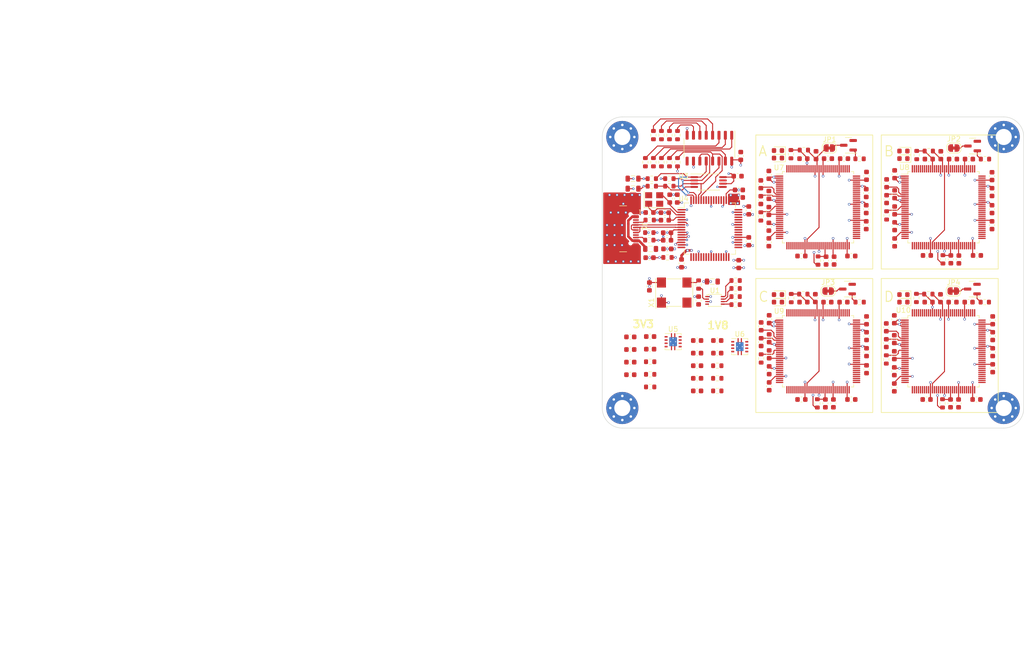
<source format=kicad_pcb>
(kicad_pcb (version 20221018) (generator pcbnew)
  (layers (0 "F.Cu" signal) (1 "In1.Cu" signal) (2 "In2.Cu" signal) (31 "B.Cu" signal) (34 "B.Paste" user) (35 "F.Paste" user) (36 "B.SilkS" user "B.Silkscreen") (37 "F.SilkS" user "F.Silkscreen") (38 "B.Mask" user) (39 "F.Mask" user) (44 "Edge.Cuts" user))
  (net 0 "")
  (net 1 "GND")
  (net 2 "+3V3")
  (net 3 "+5V")
  (net 4 "/USB & UART Interface/FTDI_VPLL")
  (net 5 "/USB & UART Interface/FTDI_VPHY")
  (net 6 "/USB & UART Interface/FTDI_1V8")
  (net 7 "Net-(U4-OSCI)")
  (net 8 "Net-(U4-OSCO)")
  (net 9 "Net-(U5-EN)")
  (net 10 "Net-(U5-NR)")
  (net 11 "Net-(U6-EN)")
  (net 12 "Net-(U6-NR)")
  (net 13 "+1V8")
  (net 14 "Net-(JP1-B)")
  (net 15 "Net-(U7B-VREF_2V)")
  (net 16 "Net-(U7B-VREF_1V)")
  (net 17 "Net-(U7B-3v3FL)")
  (net 18 "Net-(JP2-B)")
  (net 19 "Net-(U8B-VREF_2V)")
  (net 20 "Net-(U8B-VREF_1V)")
  (net 21 "Net-(U8B-3v3FL)")
  (net 22 "Net-(JP3-B)")
  (net 23 "Net-(U9B-VREF_2V)")
  (net 24 "Net-(U9B-VREF_1V)")
  (net 25 "Net-(U9B-3v3FL)")
  (net 26 "Net-(JP4-B)")
  (net 27 "Net-(U10B-VREF_2V)")
  (net 28 "Net-(U10B-VREF_1V)")
  (net 29 "Net-(U10B-3v3FL)")
  (net 30 "/USB & UART Interface/TXA")
  (net 31 "/USB & UART Interface/RXA")
  (net 32 "/USB & UART Interface/TXB")
  (net 33 "/USB & UART Interface/RXB")
  (net 34 "/USB & UART Interface/TXC")
  (net 35 "/USB & UART Interface/RXC")
  (net 36 "/USB & UART Interface/TXD")
  (net 37 "/USB & UART Interface/RXD")
  (net 38 "Net-(FB2-Pad2)")
  (net 39 "Net-(J1-CC1)")
  (net 40 "/USB & UART Interface/USB_D+")
  (net 41 "/USB & UART Interface/USB_D-")
  (net 42 "Net-(J1-CC2)")
  (net 43 "Net-(JP1-A)")
  (net 44 "Net-(JP2-A)")
  (net 45 "Net-(JP3-A)")
  (net 46 "Net-(JP4-A)")
  (net 47 "/AMBE-3000R-A/AMBE_UART_DTR")
  (net 48 "/AMBE-3000R-B/AMBE_UART_DTR")
  (net 49 "/AMBE-3000R-C/AMBE_UART_DTR")
  (net 50 "/AMBE-3000R-D/AMBE_UART_DTR")
  (net 51 "Net-(X1-OUT)")
  (net 52 "Net-(U1-A)")
  (net 53 "Net-(U1-Y1)")
  (net 54 "CLK_A")
  (net 55 "Net-(U1-Y2)")
  (net 56 "CLK_B")
  (net 57 "Net-(U1-Y3)")
  (net 58 "CLK_C")
  (net 59 "Net-(U1-Y4)")
  (net 60 "CLK_D")
  (net 61 "/USB & UART Interface/FTDI_PWREN")
  (net 62 "Net-(U2-QA)")
  (net 63 "Net-(U2-QB)")
  (net 64 "Net-(U2-QC)")
  (net 65 "Net-(U2-QD)")
  (net 66 "Net-(U2-QE)")
  (net 67 "Net-(U2-QF)")
  (net 68 "Net-(U2-QG)")
  (net 69 "Net-(U2-QH)")
  (net 70 "/USB & UART Interface/FTDI_EE_CS")
  (net 71 "Net-(U3-DO)")
  (net 72 "/USB & UART Interface/FTDI_EE_DTA")
  (net 73 "/USB & UART Interface/FTDI_EE_CLK")
  (net 74 "/USB & UART Interface/FTDI_RST")
  (net 75 "Net-(U4-REF)")
  (net 76 "Net-(U5-FB{slash}SNS)")
  (net 77 "Net-(U6-FB{slash}SNS)")
  (net 78 "/AMBE-3000R-A/AMBE_UART_TX")
  (net 79 "Net-(U7B-ADCRESEXT)")
  (net 80 "/AMBE-3000R-B/AMBE_UART_TX")
  (net 81 "Net-(U8B-ADCRESEXT)")
  (net 82 "/AMBE-3000R-C/AMBE_UART_TX")
  (net 83 "Net-(U9B-ADCRESEXT)")
  (net 84 "/AMBE-3000R-D/AMBE_UART_TX")
  (net 85 "Net-(U10B-ADCRESEXT)")
  (net 88 "/AMBE-3000R-A/AMBE_UART_RX")
  (net 90 "/AMBE-3000R-A/AMBE_UART_RTS")
  (net 94 "/AMBE-3000R-B/AMBE_UART_RX")
  (net 96 "/AMBE-3000R-B/AMBE_UART_RTS")
  (net 101 "/AMBE-3000R-C/AMBE_UART_RX")
  (net 103 "/AMBE-3000R-C/AMBE_UART_RTS")
  (net 107 "/AMBE-3000R-D/AMBE_UART_RX")
  (net 109 "/AMBE-3000R-D/AMBE_UART_RTS")
  (net 134 "Net-(U7A-NC-Pad50)")
  (net 136 "Net-(U7A-IO_NC-Pad54)")
  (net 137 "Net-(U7A-IO_NC-Pad55)")
  (net 140 "Net-(U7A-IO_NC-Pad65)")
  (net 141 "Net-(U7A-IO_NC-Pad66)")
  (net 142 "Net-(U7A-IO_NC-Pad67)")
  (net 143 "Net-(U7A-IO_PIN)")
  (net 146 "Net-(U7A-IO_NC-Pad72)")
  (net 147 "Net-(U7A-IO_NC-Pad76)")
  (net 149 "Net-(U7A-IO_NC-Pad78)")
  (net 151 "Net-(U7A-IO_NC-Pad81)")
  (net 152 "Net-(U7A-IO_NC-Pad84)")
  (net 153 "Net-(U7A-IO_NC-Pad85)")
  (net 155 "Net-(U7A-NC-Pad87)")
  (net 156 "Net-(U7A-NC-Pad92)")
  (net 157 "Net-(U7A-NC-Pad93)")
  (net 158 "Net-(U7A-NC-Pad96)")
  (net 159 "Net-(U7A-NC-Pad98)")
  (net 160 "Net-(U7A-NC-Pad99)")
  (net 161 "Net-(U7A-NC-Pad100)")
  (net 162 "Net-(U7A-IO_NC-Pad101)")
  (net 163 "Net-(U7A-NC-Pad105)")
  (net 165 "Net-(U7A-IO_NC-Pad107)")
  (net 166 "Net-(U7A-IO_NC-Pad108)")
  (net 167 "Net-(U7A-NC-Pad116)")
  (net 195 "Net-(U8A-NC-Pad50)")
  (net 197 "Net-(U8A-IO_NC-Pad54)")
  (net 198 "Net-(U8A-IO_NC-Pad55)")
  (net 201 "Net-(U8A-IO_NC-Pad65)")
  (net 202 "Net-(U8A-IO_NC-Pad66)")
  (net 203 "Net-(U8A-IO_NC-Pad67)")
  (net 204 "Net-(U8A-IO_PIN)")
  (net 207 "Net-(U8A-IO_NC-Pad72)")
  (net 208 "Net-(U8A-IO_NC-Pad76)")
  (net 210 "Net-(U8A-IO_NC-Pad78)")
  (net 212 "Net-(U8A-IO_NC-Pad81)")
  (net 213 "Net-(U8A-IO_NC-Pad84)")
  (net 214 "Net-(U8A-IO_NC-Pad85)")
  (net 216 "Net-(U8A-NC-Pad87)")
  (net 217 "Net-(U8A-NC-Pad92)")
  (net 218 "Net-(U8A-NC-Pad93)")
  (net 219 "Net-(U8A-NC-Pad96)")
  (net 220 "Net-(U8A-NC-Pad98)")
  (net 221 "Net-(U8A-NC-Pad99)")
  (net 222 "Net-(U8A-NC-Pad100)")
  (net 223 "Net-(U8A-IO_NC-Pad101)")
  (net 224 "Net-(U8A-NC-Pad105)")
  (net 226 "Net-(U8A-IO_NC-Pad107)")
  (net 227 "Net-(U8A-IO_NC-Pad108)")
  (net 228 "Net-(U8A-NC-Pad116)")
  (net 256 "Net-(U9A-NC-Pad50)")
  (net 258 "Net-(U9A-IO_NC-Pad54)")
  (net 259 "Net-(U9A-IO_NC-Pad55)")
  (net 262 "Net-(U9A-IO_NC-Pad65)")
  (net 263 "Net-(U9A-IO_NC-Pad66)")
  (net 264 "Net-(U9A-IO_NC-Pad67)")
  (net 265 "Net-(U9A-IO_PIN)")
  (net 268 "Net-(U9A-IO_NC-Pad72)")
  (net 269 "Net-(U9A-IO_NC-Pad76)")
  (net 271 "Net-(U9A-IO_NC-Pad78)")
  (net 273 "Net-(U9A-IO_NC-Pad81)")
  (net 274 "Net-(U9A-IO_NC-Pad84)")
  (net 275 "Net-(U9A-IO_NC-Pad85)")
  (net 277 "Net-(U9A-NC-Pad87)")
  (net 278 "Net-(U9A-NC-Pad92)")
  (net 279 "Net-(U9A-NC-Pad93)")
  (net 280 "Net-(U9A-NC-Pad96)")
  (net 281 "Net-(U9A-NC-Pad98)")
  (net 282 "Net-(U9A-NC-Pad99)")
  (net 283 "Net-(U9A-NC-Pad100)")
  (net 284 "Net-(U9A-IO_NC-Pad101)")
  (net 285 "Net-(U9A-NC-Pad105)")
  (net 287 "Net-(U9A-IO_NC-Pad107)")
  (net 288 "Net-(U9A-IO_NC-Pad108)")
  (net 289 "Net-(U9A-NC-Pad116)")
  (net 317 "Net-(U10A-NC-Pad50)")
  (net 319 "Net-(U10A-IO_NC-Pad54)")
  (net 320 "Net-(U10A-IO_NC-Pad55)")
  (net 323 "Net-(U10A-IO_NC-Pad65)")
  (net 324 "Net-(U10A-IO_NC-Pad66)")
  (net 325 "Net-(U10A-IO_NC-Pad67)")
  (net 326 "Net-(U10A-IO_PIN)")
  (net 329 "Net-(U10A-IO_NC-Pad72)")
  (net 330 "Net-(U10A-IO_NC-Pad76)")
  (net 332 "Net-(U10A-IO_NC-Pad78)")
  (net 334 "Net-(U10A-IO_NC-Pad81)")
  (net 335 "Net-(U10A-IO_NC-Pad84)")
  (net 336 "Net-(U10A-IO_NC-Pad85)")
  (net 338 "Net-(U10A-NC-Pad87)")
  (net 339 "Net-(U10A-NC-Pad92)")
  (net 340 "Net-(U10A-NC-Pad93)")
  (net 341 "Net-(U10A-NC-Pad96)")
  (net 342 "Net-(U10A-NC-Pad98)")
  (net 343 "Net-(U10A-NC-Pad99)")
  (net 344 "Net-(U10A-NC-Pad100)")
  (net 345 "Net-(U10A-IO_NC-Pad101)")
  (net 346 "Net-(U10A-NC-Pad105)")
  (net 348 "Net-(U10A-IO_NC-Pad107)")
  (net 349 "Net-(U10A-IO_NC-Pad108)")
  (net 350 "Net-(U10A-NC-Pad116)")
  (net 379 "/3V3_OSC")
  (footprint "Capacitor_SMD:C_0603_1608Metric" (layer "F.Cu") (at 129.4 56.775 90)
    (fp_text reference "C1" hide)
    (fp_text value "100n")
  )
  (footprint "Resistor_SMD:R_0603_1608Metric" (layer "F.Cu") (at 151.6 42.825 90)
    (fp_text reference "R32" hide)
    (fp_text value "24k9")
  )
  (footprint "Resistor_SMD:R_0603_1608Metric" (layer "F.Cu") (at 146.575 58.8)
    (fp_text reference "R3" hide)
    (fp_text value "33R")
  )
  (footprint "Resistor_SMD:R_0603_1608Metric" (layer "F.Cu") (at 160.175 29.6 180)
    (fp_text reference "R31" hide)
    (fp_text value "10k")
  )
  (footprint "Resistor_SMD:R_0603_1608Metric" (layer "F.Cu") (at 133.4 32.025 -90)
    (fp_text reference "R9" hide)
    (fp_text value "330R")
  )
  (footprint "Capacitor_SMD:C_0603_1608Metric" (layer "F.Cu") (at 194.6625 50.6 180)
    (fp_text reference "C73" hide)
    (fp_text value "100n")
  )
  (footprint "Package_TO_SOT_SMD:SOT-23" (layer "F.Cu") (at 168.8625 57.3 180)
    (fp_text reference "Q3" hide)
    (fp_text value "BS170F")
  )
  (footprint "Resistor_SMD:R_0603_1608Metric" (layer "F.Cu") (at 142.92 75.085)
    (fp_text reference "R27" hide)
    (fp_text value "12k5")
  )
  (footprint "Inductor_SMD:L_0805_2012Metric" (layer "F.Cu") (at 141.9375 55.8)
    (fp_text reference "FB1" hide)
    (fp_text value "600R/100M")
  )
  (footprint "Capacitor_SMD:C_0603_1608Metric" (layer "F.Cu") (at 142.92 67.555)
    (fp_text reference "C31" hide)
    (fp_text value "100n")
  )
  (footprint "Jumper:SolderJumper-2_P1.3mm_Bridged_RoundedPad1.0x1.5mm" (layer "F.Cu") (at 190.0625 29.2 180)
    (fp_text reference "JP2")
    (fp_text value "HW RST")
  )
  (footprint "Package_DFN_QFN:Texas_DRB0008A" (layer "F.Cu") (at 147.4 68.775)
    (fp_text reference "U6")
    (fp_text value "TPS7A8001DRBR")
  )
  (footprint "LED_SMD:LED_0603_1608Metric" (layer "F.Cu") (at 155.0125 58.4 180)
    (fp_text reference "D6" hide)
    (fp_text value "RED")
  )
  (footprint "MountingHole:MountingHole_3.2mm_M3_Pad_Via" (layer "F.Cu") (at 124 27)
    (fp_text reference "H1" hide)
    (fp_text value "M3")
  )
  (footprint "Package_TO_SOT_SMD:SOT-23" (layer "F.Cu") (at 169.0625 28.65 180)
    (fp_text reference "Q1" hide)
    (fp_text value "BS170F")
  )
  (footprint "Resistor_SMD:R_0603_1608Metric" (layer "F.Cu") (at 129.45 43.55)
    (fp_text reference "R7" hide)
    (fp_text value "5k1")
  )
  (footprint "Capacitor_SMD:C_0603_1608Metric" (layer "F.Cu") (at 176.6 68.075 90)
    (fp_text reference "C97" hide)
    (fp_text value "10u")
  )
  (footprint "Capacitor_SMD:C_0603_1608Metric" (layer "F.Cu") (at 153.2 44.875 90)
    (fp_text reference "C48" hide)
    (fp_text value "100n")
  )
  (footprint "LED_SMD:LED_0603_1608Metric" (layer "F.Cu") (at 155.0125 59.9 180)
    (fp_text reference "D5" hide)
    (fp_text value "GRN")
  )
  (footprint "Resistor_SMD:R_0603_1608Metric" (layer "F.Cu") (at 163 51.625 -90)
    (fp_text reference "R33" hide)
    (fp_text value "5R1")
  )
  (footprint "Capacitor_SMD:C_0603_1608Metric" (layer "F.Cu") (at 133.45 39.275 -90)
    (fp_text reference "C10" hide)
    (fp_text value "27p")
  )
  (footprint "Resistor_SMD:R_0603_1608Metric" (layer "F.Cu") (at 176.6 71.325 90)
    (fp_text reference "R47" hide)
    (fp_text value "24k9")
  )
  (footprint "Resistor_SMD:R_0603_1608Metric" (layer "F.Cu") (at 133 51)
    (fp_text reference "R21" hide)
    (fp_text value "1k")
  )
  (footprint "Jumper:SolderJumper-2_P1.3mm_Bridged_RoundedPad1.0x1.5mm" (layer "F.Cu") (at 189.95 57.7 180)
    (fp_text reference "JP4")
    (fp_text value "HW RST")
  )
  (footprint "Oscillator:Oscillator_SMD_Abracon_ASV-4Pin_7.0x5.1mm" (layer "F.Cu") (at 134.34 58)
    (fp_text reference "X1")
    (fp_text value "29.4912MHz")
  )
  (footprint "Resistor_SMD:R_0603_1608Metric" (layer "F.Cu") (at 176.6625 42.625 90)
    (fp_text reference "R37" hide)
    (fp_text value "24k9")
  )
  (footprint "Capacitor_SMD:C_0603_1608Metric" (layer "F.Cu") (at 178.2 67.275 -90)
    (fp_text reference "C99" hide)
    (fp_text value "100n")
  )
  (footprint "Capacitor_SMD:C_0603_1608Metric" (layer "F.Cu") (at 193 59.9 180)
    (fp_text reference "C110" hide)
    (fp_text value "100n")
  )
  (footprint "Capacitor_SMD:C_0603_1608Metric" (layer "F.Cu") (at 138.91 75.085)
    (fp_text reference "C29" hide)
    (fp_text value "4u7")
  )
  (footprint "Package_QFP:LQFP-128_14x14mm_P0.4mm" (layer "F.Cu") (at 163 69.7)
    (fp_text reference "U9")
    (fp_text value "AMBE-3000R")
  )
  (footprint "Capacitor_SMD:C_0603_1608Metric" (layer "F.Cu") (at 197.8 66.675 90)
    (fp_text reference "C104" hide)
    (fp_text value "100n")
  )
  (footprint "Capacitor_SMD:C_0603_1608Metric" (layer "F.Cu") (at 147.2 52.325 90)
    (fp_text reference "C17" hide)
    (fp_text value "100n")
  )
  (footprint "Resistor_SMD:R_0603_1608Metric" (layer "F.Cu") (at 182.6625 30.6 90)
    (fp_text reference "R34" hide)
    (fp_text value "10k")
  )
  (footprint "Resistor_SMD:R_0603_1608Metric" (layer "F.Cu") (at 129.55 76.8025)
    (fp_text reference "R25" hide)
    (fp_text value "10k")
  )
  (footprint "Resistor_SMD:R_0603_1608Metric" (layer "F.Cu") (at 131.8 32.025 -90)
    (fp_text reference "R10" hide)
    (fp_text value "330R")
  )
  (footprint "Capacitor_SMD:C_0603_1608Metric" (layer "F.Cu") (at 178.2 70.475 -90)
    (fp_text reference "C115" hide)
    (fp_text value "100n")
  )
  (footprint "Capacitor_SMD:C_0603_1608Metric" (layer "F.Cu") (at 159.6825 50.715)
    (fp_text reference "C51" hide)
    (fp_text value "100n")
  )
  (footprint "Capacitor_SMD:C_0603_1608Metric" (layer "F.Cu") (at 138.91 67.555)
    (fp_text reference "C26" hide)
    (fp_text value "100n")
  )
  (footprint "LED_SMD:LED_0603_1608Metric" (layer "F.Cu") (at 180.0125 58.4 180)
    (fp_text reference "D8" hide)
    (fp_text value "RED")
  )
  (footprint "Capacitor_SMD:C_0603_1608Metric" (layer "F.Cu") (at 166.0625 80.075 90)
    (fp_text reference "C80" hide)
    (fp_text value "100n")
  )
  (footprint "Capacitor_SMD:C_0603_1608Metric" (layer "F.Cu") (at 169.6375 79.3 180)
    (fp_text reference "C82" hide)
    (fp_text value "100n")
  )
  (footprint "Package_SO:SO-16_3.9x9.9mm_P1.27mm" (layer "F.Cu") (at 141.355 29.225 -90)
    (fp_text reference "U2" hide)
    (fp_text value "74HC595D")
  )
  (footprint "Resistor_SMD:R_0603_1608Metric" (layer "F.Cu") (at 182.6 59.075 90)
    (fp_text reference "R44" hide)
    (fp_text value "10k")
  )
  (footprint "Capacitor_SMD:C_0603_1608Metric" (layer "F.Cu") (at 132.925 47.575)
    (fp_text reference "C6" hide)
    (fp_text value "4u7")
  )
  (footprint "Capacitor_SMD:C_0603_1608Metric" (layer "F.Cu") (at 197.8 69.875 90)
    (fp_text reference "C111" hide)
    (fp_text value "100n")
  )
  (footprint "Capacitor_SMD:C_0603_1608Metric" (layer "F.Cu") (at 153.2625 67.1 -90)
    (fp_text reference "C81" hide)
    (fp_text value "100n")
  )
  (footprint "Capacitor_SMD:C_0603_1608Metric" (layer "F.Cu") (at 160.0825 31.315)
    (fp_text reference "C39" hide)
    (fp_text value "100n")
  )
  (footprint "Package_TO_SOT_SMD:SOT-23" (layer "F.Cu") (at 193.8 28.8 180)
    (fp_text reference "Q2" hide)
    (fp_text value "BS170F")
  )
  (footprint "Capacitor_SMD:C_0603_1608Metric" (layer "F.Cu") (at 151.6 36.425 -90)
    (fp_text reference "C37" hide)
    (fp_text value "10u")
  )
  (footprint "Capacitor_SMD:C_0603_1608Metric" (layer "F.Cu") (at 178.2625 38.4 -90)
    (fp_text reference "C62" hide)
    (fp_text value "100n")
  )
  (footprint "Resistor_SMD:R_0603_1608Metric" (layer "F.Cu") (at 146.575 55.6)
    (fp_text reference "R5" hide)
    (fp_text value "33R")
  )
  (footprint "Resistor_SMD:R_0603_1608Metric" (layer "F.Cu") (at 135 32.025 -90)
    (fp_text reference "R6" hide)
    (fp_text value "10k")
  )
  (footprint "Capacitor_SMD:C_0603_1608Metric" (layer "F.Cu") (at 147.225 37.55 180)
    (fp_text reference "C14" hide)
    (fp_text value "100n")
  )
  (footprint "Resistor_SMD:R_0603_1608Metric" (layer "F.Cu") (at 185.0625 29.8 180)
    (fp_text reference "R36" hide)
    (fp_text value "10k")
  )
  (footprint "Capacitor_SMD:C_0603_1608Metric" (layer "F.Cu") (at 172.6625 63.525 -90)
    (fp_text reference "C87" hide)
    (fp_text value "100n")
  )
  (footprint "Capacitor_SMD:C_0603_1608Metric" (layer "F.Cu") (at 153.2625 76.675 90)
    (fp_text reference "C93" hide)
    (fp_text value "100n")
  )
  (footprint "Capacitor_SMD:C_0603_1608Metric" (layer "F.Cu") (at 189.4 80.075 90)
    (fp_text reference "C105" hide)
    (fp_text value "100n")
  )
  (footprint "Capacitor_SMD:C_0603_1608Metric" (layer "F.Cu") (at 132.475 42.075)
    (fp_text reference "C8" hide)
    (fp_text value "4u7")
  )
  (footprint "Resistor_SMD:R_0603_1608Metric" (layer "F.Cu") (at 187.8 80.075 -90)
    (fp_text reference "R48" hide)
    (fp_text value "5R1")
  )
  (footprint "Capacitor_SMD:C_0603_1608Metric" (layer "F.Cu") (at 164.975 31.315 180)
    (fp_text reference "C38" hide)
    (fp_text value "100n")
  )
  (footprint "Capacitor_SMD:C_0603_1608Metric" (layer "F.Cu") (at 159.6875 79.3)
    (fp_text reference "C77" hide)
    (fp_text value "100n")
  )
  (footprint "Capacitor_SMD:C_0603_1608Metric" (layer "F.Cu") (at 191 80.075 90)
    (fp_text reference "C101" hide)
    (fp_text value "100n")
  )
  (footprint "Resistor_SMD:R_0603_1608Metric" (layer "F.Cu") (at 157.6625 59.1 90)
    (fp_text reference "R39" hide)
    (fp_text value "10k")
  )
  (footprint "Resistor_SMD:R_0603_1608Metric" (layer "F.Cu") (at 142.92 72.575)
    (fp_text reference "R26" hide)
    (fp_text value "30k9")
  )
  (footprint "Capacitor_SMD:C_0603_1608Metric" (layer "F.Cu") (at 142.92 70.065)
    (fp_text reference "C32" hide)
    (fp_text value "4u7")
  )
  (footprint "LED_SMD:LED_0603_1608Metric" (layer "F.Cu") (at 180.0125 31.3 180)
    (fp_text reference "D3" hide)
    (fp_text value "GRN")
  )
  (footprint "Package_SO:TSSOP-8_4.4x3mm_P0.65mm" (layer "F.Cu") (at 141.2 35.975)
    (fp_text reference "U3")
    (fp_text value "AT93C46D-TH-T")
  )
  (footprint "Crystal:Crystal_SMD_3225-4Pin_3.2x2.5mm" (layer "F.Cu") (at 130.35 39.45)
    (fp_text reference "Y1" hide)
    (fp_text value "12M")
  )
  (footprint "Capacitor_SMD:C_0603_1608Metric" (layer "F.Cu") (at 138.91 77.595)
    (fp_text reference "C30" hide)
    (fp_text value "10n")
  )
  (footprint "Resistor_SMD:R_0603_1608Metric" (layer "F.Cu") (at 131.8 26.625 -90)
    (fp_text reference "R14" hide)
    (fp_text value "330R")
  )
  (footprint "Capacitor_SMD:C_0603_1608Metric" (layer "F.Cu") (at 125.595 74.3675)
    (fp_text reference "C23" hide)
    (fp_text value "10n")
  )
  (footprint "Resistor_SMD:R_0603_1608Metric" (layer "F.Cu") (at 129.55 71.7825)
    (fp_text reference "R23" hide)
    (fp_text value "30k9")
  )
  (footprint "Capacitor_SMD:C_0603_1608Metric" (layer "F.Cu") (at 164.8625 59.9 180)
    (fp_text reference "C91" hide)
    (fp_text value "100n")
  )
  (footprint "Resistor_SMD:R_0603_1608Metric" (layer "F.Cu") (at 133.375 36.8)
    (fp_text reference "R19" hide)
    (fp_text value "1k")
  )
  (footprint "Resistor_SMD:R_0603_1608Metric" (layer "F.Cu") (at 146.575 60.4)
    (fp_text reference "R2" hide)
    (fp_text value "33R")
  )
  (footprint "Capacitor_SMD:C_0603_1608Metric" (layer "F.Cu") (at 149.2 47.775 90)
    (fp_text reference "C12" hide)
    (fp_text value "100n")
  )
  (footprint "Capacitor_SMD:C_0603_1608Metric" (layer "F.Cu") (at 125.595 71.8575)
    (fp_text reference "C22" hide)
    (fp_text value "4u7")
  )
  (footprint "Jumper:SolderJumper-2_P1.3mm_Bridged_RoundedPad1.0x1.5mm" (layer "F.Cu") (at 165.0125 57.7 180)
    (fp_text reference "JP3")
    (fp_text value "HW RST")
  )
  (footprint "Capacitor_SMD:C_0603_1608Metric" (layer "F.Cu") (at 193.0625 31.4 180)
    (fp_text reference "C59" hide)
    (fp_text value "100n")
  )
  (footprint "Capacitor_SMD:C_0603_1608Metric" (layer "F.Cu") (at 153.2625 73.475 90)
    (fp_text reference "C78" hide)
    (fp_text value "100n")
  )
  (footprint "Resistor_SMD:R_0603_1608Metric" (layer "F.Cu") (at 135 26.625 -90)
    (fp_text reference "R16" hide)
    (fp_text value "330R")
  )
  (footprint "Capacitor_SMD:C_0603_1608Metric" (layer "F.Cu") (at 139.2 59.575 90)
    (fp_text reference "C2" hide)
    (fp_text value "100n")
  )
  (footprint "Resistor_SMD:R_0603_1608Metric" (layer "F.Cu") (at 142.92 77.595)
    (fp_text reference "R28" hide)
    (fp_text value "10k")
  )
  (footprint "MountingHole:MountingHole_3.2mm_M3_Pad_Via" (layer "F.Cu") (at 124 81)
    (fp_text reference "H3" hide)
    (fp_text value "M3")
  )
  (footprint "Resistor_SMD:R_0603_1608Metric" (layer "F.Cu") (at 171.2875 59.9 180)
    (fp_text reference "R40" hide)
    (fp_text value "10k")
  )
  (footprint "Capacitor_SMD:C_0603_1608Metric" (layer "F.Cu") (at 134.95 39.275 -90)
    (fp_text reference "C19" hide)
    (fp_text value "100n")
  )
  (footprint "Resistor_SMD:R_0603_1608Metric" (layer "F.Cu") (at 151.6625 71.125 90)
    (fp_text reference "R42" hide)
    (fp_text value "24k9")
  )
  (footprint "Inductor_SMD:L_0805_2012Metric" (layer "F.Cu") (at 126.1375 35.3 180)
    (fp_text reference "FB4" hide)
    (fp_text value "600R/100M")
  )
  (footprint "Resistor_SMD:R_0603_1608Metric" (layer "F.Cu") (at 171.275 31.35 180)
    (fp_text reference "R30" hide)
    (fp_text value "10k")
  )
  (footprint "Capacitor_SMD:C_0603_1608Metric" (layer "F.Cu") (at 194.575 79.3 180)
    (fp_text reference "C103" hide)
    (fp_text value "100n")
  )
  (footprint "Capacitor_SMD:C_0603_1608Metric" (layer "F.Cu") (at 162.4625 59.1 -90)
    (fp_text reference "C75" hide)
    (fp_text value "10u")
  )
  (footprint "Capacitor_SMD:C_0603_1608Metric" (layer "F.Cu") (at 162.6 30.625 -90)
    (fp_text reference "C33" hide)
    (fp_text value "10u")
  )
  (footprint "Capacitor_SMD:C_0603_1608Metric" (layer "F.Cu") (at 172.6625 73.275 90)
    (fp_text reference "C85" hide)
    (fp_text value "100n")
  )
  (footprint "Capacitor_SMD:C_0603_1608Metric" (layer "F.Cu") (at 135.8 52.175 90)
    (fp_text reference "C11" hide)
    (fp_text value "100n")
  )
  (footprint "Package_QFP:LQFP-128_14x14mm_P0.4mm" (layer "F.Cu") (at 188 41)
    (fp_text reference "U8")
    (fp_text value "AMBE-3000R")
  )
  (footprint "LED_SMD:LED_0603_1608Metric" (layer "F.Cu") (at 155.0125 29.7 180)
    (fp_text reference "D2" hide)
    (fp_text value "RED")
  )
  (footprint "Jumper:SolderJumper-2_P1.3mm_Bridged_RoundedPad1.0x1.5mm" (layer "F.Cu") (at 165.25 29.2 180)
    (fp_text reference "JP1")
    (fp_text value "HW RST")
  )
  (footprint "Capacitor_SMD:C_0603_1608Metric" (layer "F.Cu") (at 125.595 66.8375)
    (fp_text reference "C20" hide)
    (fp_text value "100n")
  )
  (footprint "Inductor_SMD:L_0805_2012Metric" (layer "F.Cu") (at 129.6375 49.3 180)
    (fp_text reference "FB2" hide)
    (fp_text value "600R/100M")
  )
  (footprint "Capacitor_SMD:C_0603_1608Metric" (layer "F.Cu") (at 176.6625 39.375 90)
    (fp_text reference "C55" hide)
    (fp_text value "10u")
  )
  (footprint "Capacitor_SMD:C_0603_1608Metric" (layer "F.Cu") (at 147.225 39.05 180)
    (fp_text reference "C15" hide)
    (fp_text value "4u7")
  )
  (footprint "Capacitor_SMD:C_0603_1608Metric" (layer "F.Cu") (at 189.4625 51.375 90)
    (fp_text reference "C63" hide)
    (fp_text value "100n")
  )
  (footprint "Capacitor_SMD:C_0603_1608Metric" (layer "F.Cu") (at 132.925 46.075)
    (fp_text reference "C5" hide)
    (fp_text value "100n")
  )
  (footprint "Resistor_SMD:R_0603_1608Metric" (layer "F.Cu") (at 162.8625 80.075 -90)
    (fp_text reference "R43" hide)
    (fp_text value "5R1")
  )
  (footprint "MountingHole:MountingHole_3.2mm_M3_Pad_Via" (layer "F.Cu") (at 200 81)
    (fp_text reference "H4" hide)
    (fp_text value "M3")
  )
  (footprint "Package_QFP:LQFP-128_14x14mm_P0.4mm" (layer "F.Cu") (at 188 69.7)
    (fp_text reference "U10")
    (fp_text value "AMBE-3000R")
  )
  (footprint "Capacitor_SMD:C_0603_1608Metric" (layer "F.Cu") (at 153.2625 63.3 -90)
    (fp_text reference "C83" hide)
    (fp_text value "100n")
  )
  (footprint "Capacitor_SMD:C_0603_1608Metric" (layer "F.Cu") (at 125.595 69.3475)
    (fp_text reference "C21" hide)
    (fp_text value "4u7")
  )
  (footprint "Capacitor_SMD:C_0603_1608Metric" (layer "F.Cu") (at 178.2 73.675 90)
    (fp_text reference "C109" hide)
    (fp_text value "100n")
  )
  (footprint "Capacitor_SMD:C_0603_1608Metric" (layer "F.Cu") (at 153.2 41.74 -90)
    (fp_text reference "C52" hide)
    (fp_text value "100n")
  )
  (footprint "Package_QFP:LQFP-128_14x14mm_P0.4mm" (layer "F.Cu") (at 163 41)
    (fp_text reference "U7")
    (fp_text value "AMBE-3000R")
  )
  (footprint "Inductor_SMD:L_0805_2012Metric" (layer "F.Cu") (at 126.1375 37.3 180)
    (fp_text reference "FB3" hide)
    (fp_text value "600R/100M")
  )
  (footprint "Package_DFN_QFN:Texas_DRB0008A" (layer "F.Cu") (at 134.125 67.7875)
    (fp_text reference "U5")
    (fp_text value "TPS7A8001DRBR")
  )
  (footprint "Capacitor_SMD:C_0603_1608Metric" (layer "F.Cu") (at 197.6625 41.375 90)
    (fp_text reference "C69" hide)
    (fp_text value "100n")
  )
  (footprint "Capacitor_SMD:C_0603_1608Metric" (layer "F.Cu") (at 178.2 76.9 90)
    (fp_text reference "C114" hide)
    (fp_text value "100n")
  )
  (footprint "Resistor_SMD:R_0603_1608Metric" (layer "F.Cu") (at 130.2 26.625 -90)
    (fp_text reference "R13" hide)
    (fp_text value "330R")
  )
  (footprint "Resistor_SMD:R_0603_1608Metric" (layer "F.Cu") (at 196.2625 31.4 180)
    (fp_text reference "R35" hide)
    (fp_text value "10k")
  )
  (footprint "Resistor_SMD:R_0603_1608Metric" (layer "F.Cu") (at 133.4 26.625 -90)
    (fp_text reference "R15" hide)
    (fp_text value "330R")
  )
  (footprint "Capacitor_SMD:C_0603_1608Metric" (layer "F.Cu") (at 153.2 38.54 -90)
    (fp_text reference "C46" hide)
    (fp_text value "100n")
  )
  (footprint "Capacitor_SMD:C_0603_1608Metric" (layer "F.Cu") (at 172.6625 66.675 90)
    (fp_text reference "C88" hide)
    (fp_text value "100n")
  )
  (footprint "Capacitor_SMD:C_0603_1608Metric" (layer "F.Cu") (at 151.6625 67.875 90)
    (fp_text reference "C76" hide)
    (fp_text value "10u")
  )
  (footprint "Capacitor_SMD:C_0603_1608Metric" (layer "F.Cu") (at 187.4625 30.625 -90)
    (fp_text reference "C54" hide)
    (fp_text value "10u")
  )
  (footprint "Capacitor_SMD:C_0603_1608Metric" (layer "F.Cu") (at 166.2 51.625 90)
    (fp_text reference "C49" hide)
    (fp_text value "100n")
  )
  (footprint "Capacitor_SMD:C_0603_1608Metric" (layer "F.Cu") (at 197.6625 44.575 90)
    (fp_text reference "C68" hide)
    (fp_text value "100n")
  )
  (footprint "MountingHole:MountingHole_3.2mm_M3_Pad_Via" (layer "F.Cu") (at 200 27)
    (fp_text reference "H2" hide)
    (fp_text value "M3")
  )
  (footprint "Capacitor_SMD:C_0603_1608Metric" (layer "F.Cu") (at 178.2625 34.425 -90)
    (fp_text reference "C60" hide)
    (fp_text value "100n")
  )
  (footprint "Resistor_SMD:R_0603_1608Metric" (layer "F.Cu") (at 129.375 46.05)
    (fp_text reference "R22" hide)
    (fp_text value "12k")
  )
  (footprint "Capacitor_SMD:C_0603_1608Metric" (layer "F.Cu") (at 197.6625 37.975 90)
    (fp_text reference "C67" hide)
    (fp_text value "100n")
  )
  (footprint "Resistor_SMD:R_0603_1608Metric" (layer "F.Cu") (at 129.875 35.3 180)
    (fp_text reference "R17" hide)
    (fp_text value "10k")
  )
  (footprint "Package_QFP:LQFP-64_10x10mm_P0.5mm" (layer "F.Cu") (at 141.45 45.25)
    (fp_text reference "U4")
    (fp_text value "FT4232HL")
  )
  (footprint "Resistor_SMD:R_0603_1608Metric" (layer "F.Cu") (at 133.375 35.3 180)
    (fp_text reference "R20" hide)
    (fp_text value "10k")
  )
  (footprint "Capacitor_SMD:C_0603_1608Metric" (layer "F.Cu") (at 153.2 34.54 -90)
    (fp_text reference "C36" hide)
    (fp_text value "100n")
  )
  (footprint "Capacitor_SMD:C_0603_1608Metric" (layer "F.Cu") (at 197.8 73.075 90)
    (fp_text reference "C106" hide)
    (fp_text value "100n")
  )
  (footprint "Capacitor_SMD:C_0603_1608Metric" (layer "F.Cu") (at 172.6 41.375 90)
    (fp_text reference "C44" hide)
    (fp_text value "100n")
  )
  (footprint "Resistor_SMD:R_0603_1608Metric" (layer "F.Cu") (at 196.225 59.9 180)
    (fp_text reference "R45" hide)
    (fp_text value "10k")
  )
  (footprint "LED_SMD:LED_0603_1608Metric" (layer "F.Cu") (at 155.0125 31.2 180)
    (fp_text reference "D1" hide)
    (fp_text value "GRN")
  )
  (footprint "Capacitor_SMD:C_0603_1608Metric" (layer "F.Cu") (at 178.2 63.325 -90)
    (fp_text reference "C102" hide)
    (fp_text value "100n")
  )
  (footprint "Capacitor_SMD:C_0603_1608Metric" (layer "F.Cu") (at 197.6625 34.8 -90)
    (fp_text reference "C66" hide)
    (fp_text value "100n")
  )
  (footprint "Resistor_SMD:R_0603_1608Metric" (layer "F.Cu") (at 128.6 32.025 -90)
    (fp_text reference "R12" hide)
    (fp_text value "330R")
  )
  (footprint "Capacitor_SMD:C_0603_1608Metric" (layer "F.Cu") (at 132.475 43.575)
    (fp_text reference "C9" hide)
    (fp_text value "100n")
  )
  (footprint "Resistor_SMD:R_0603_1608Metric" (layer "F.Cu") (at 130.2 32.025 -90)
    (fp_text reference "R11" hide)
    (fp_text value "330R")
  )
  (footprint "Capacitor_SMD:C_0603_1608Metric" (layer "F.Cu") (at 129.425 51.05)
    (fp_text reference "C18" hide)
    (fp_text value "100n")
  )
  (footprint "Package_SO:VSSOP-8_2.4x2.1mm_P0.5mm" (layer "F.Cu") (at 142.45 59.55)
    (fp_text reference "U1")
    (fp_text value "74AVC9112DCH")
  )
  (footprint "Capacitor_SMD:C_0603_1608Metric" (layer "F.Cu") (at 138.91 72.575)
    (fp_text reference "C28" hide)
    (fp_text value "4u7")
  )
  (footprint "Capacitor_SMD:C_0603_1608Metric" (layer "F.Cu") (at 168.0625 59.9 180)
    (fp_text reference "C89" hide)
    (fp_text value "100n")
  )
  (footprint "Resistor_SMD:R_0603_1608Metric" (layer "F.Cu") (at 187.8875 51.375 -90)
    (fp_text reference "R38" hide)
    (fp_text value "5R1")
  )
  (footprint "Capacitor_SMD:C_0603_1608Metric" (layer "F.Cu") (at 160.0875 59.9)
    (fp_text reference "C86" hide)
    (fp_text value "100n")
  )
  (footprint "Capacitor_SMD:C_0603_1608Metric" (layer "F.Cu") (at 178.2625 48 90)
    (fp_text reference "C64" hide)
    (fp_text value "100n")
  )
  (footprint "Resistor_SMD:R_0603_1608Metric" (layer "F.Cu") (at 160.0625 58.3 180)
    (fp_text reference "R41" hide)
    (fp_text value "10k")
  )
  (footprint "Capacitor_SMD:C_0603_1608Metric" (layer "F.Cu") (at 191.0625 51.4 90)
    (fp_text reference "C72" hide)
    (fp_text value "100n")
  )
  (footprint "Resistor_SMD:R_0603_1608Metric" (layer "F.Cu") (at 139.2 56.4 -90)
    (fp_text reference "R1" hide)
    (fp_text value "33R")
  )
  (footprint "Capacitor_SMD:C_0603_1608Metric" (layer "F.Cu") (at 189.8875 31.4 180)
    (fp_text reference "C56" hide)
    (fp_text value "100n")
  )
  (footprint "Capacitor_SMD:C_0603_1608Metric" (layer "F.Cu") (at 164.4625 80.075 90)
    (fp_text reference "C84" hide)
    (fp_text value "100n")
  )
  (footprint "Capacitor_SMD:C_0603_1608Metric" (layer "F.Cu") (at 147.6 30.775 90)
    (fp_text reference "C3" hide)
    (fp_text value "100n")
  )
  (footprint "Capacitor_SMD:C_0603_1608Metric" (layer "F.Cu") (at 129.55 69.2725)
    (fp_text reference "C25" hide)
    (fp_text value "4u7")
  )
  (footprint "Resistor_SMD:R_0603_1608Metric" (layer "F.Cu") (at 129.55 74.2925)
    (fp_text reference "R24" hide)
    (fp_text value "30k9")
  )
  (footprint "Resistor_SMD:R_0603_1608Metric" (layer "F.Cu") (at 129.375 47.55)
    (fp_text reference "R8" hide)
    (fp_text value "5k1")
  )
  (footprint "Capacitor_SMD:C_0603_1608Metric" (layer "F.Cu") (at 168.175 31.315 180)
    (fp_text reference "C40" hide)
    (fp_text value "100n")
  )
  (footprint "Capacitor_SMD:C_0603_1608Metric" (layer "F.Cu") (at 185.025 59.9)
    (fp_text reference "C107" hide)
    (fp_text value "100n")
  )
  (footprint "Resistor_SMD:R_0603_1608Metric" (layer "F.Cu") (at 184.975 58.3 180)
    (fp_text reference "R46" hide)
    (fp_text value "10k")
  )
  (footprint "Capacitor_SMD:C_0603_1608Metric" (layer "F.Cu") (at 189.8 59.9 180)
    (fp_text reference "C112" hide)
    (fp_text value "100n")
  )
  (footprint "Capacitor_SMD:C_0603_1608Metric" (layer "F.Cu") (at 172.6 38.175 90)
    (fp_text reference "C41" hide)
    (fp_text value "100n")
  )
  (footprint "Capacitor_SMD:C_0603_1608Metric" (layer "F.Cu") (at 153.2625 70.3 -90)
    (fp_text reference "C94" hide)
    (fp_text value "100n")
  )
  (footprint "Capacitor_SMD:C_0603_1608Metric" (layer "F.Cu") (at 172.6575 34.74 -90)
    (fp_text reference "C43" hide)
    (fp_text value "100n")
  )
  (footprint "Capacitor_SMD:C_0603_1608Metric" (layer "F.Cu") (at 151.6625 64.725 -90)
    (fp_text reference "C79" hide)
    (fp_text value "10u")
  )
  (footprint "Capacitor_SMD:C_0603_1608Metric" (layer "F.Cu") (at 149.2 41.625 90)
    (fp_text reference "C16" hide)
    (fp_text value "100n")
  )
  (footprint "Capacitor_SMD:C_0603_1608Metric" (layer "F.Cu") (at 184.625 79.3)
    (fp_text reference "C98" hide)
    (fp_text value "100n")
  )
  (footprint "Capacitor_SMD:C_0603_1608Metric" (layer "F.Cu") (at 197.8 63.525 -90)
    (fp_text reference "C108" hide)
    (fp_text value "100n")
  )
  (footprint "Capacitor_SMD:C_0603_1608Metric" (layer "F.Cu") (at 178.2625 44.775 90)
    (fp_text reference "C65" hide)
    (fp_text value "100n")
  )
  (footprint "Capacitor_SMD:C_0603_1608Metric" (layer "F.Cu") (at 146.975 34.8 180)
    (fp_text reference "C7" hide)
    (fp_text value "100n")
  )
  (footprint "Package_TO_SOT_SMD:SOT-23" (layer "F.Cu") (at 193.7375 57.3 180)
    (fp_text reference "Q4" hide)
    (fp_text value "BS170F")
  )
  (footprint "Capacitor_SMD:C_0603_1608Metric" (layer "F.Cu") (at 172.6625 69.875 90)
    (fp_text reference "C90" hide)
    (fp_text value "100n")
  )
  (footprint "Capacitor_SMD:C_0603_1608Metric" (layer "F.Cu") (at 187.4 59.125 -90)
    (fp_text reference "C96" hide)
    (fp_text value "10u")
  )
  (footprint "Capacitor_SMD:C_0603_1608Metric" (layer "F.Cu") (at 129.425 42.05)
    (fp_text reference "C13" hide)
    (fp_text value "27p")
  )
  (footprint "Capacitor_SMD:C_0603_1608Metric" (layer "F.Cu") (at 172.6 44.575 90)
    (fp_text reference "C45" hide)
    (fp_text value "100n")
  )
  (footprint "Capacitor_SMD:C_0603_1608Metric" (layer "F.Cu") (at 164.6 51.625 90)
    (fp_text reference "C42" hide)
    (fp_text value "100n")
  )
  (footprint "Capacitor_SMD:C_0603_1608Metric" (layer "F.Cu") (at 138.91 70.065)
    (fp_text reference "C27" hide)
    (fp_text value "4u7")
  )
  (footprint "Capacitor_SMD:C_0603_1608Metric" (layer "F.Cu") (at 169.6325 50.715 180)
    (fp_text reference "C47" hide)
    (fp_text value "100n")
  )
  (footprint "Capacitor_SMD:C_0603_1608Metric" (layer "F.Cu") (at 151.6 39.575 90)
    (fp_text reference "C34" hide)
    (fp_text value "10u")
  )
  (footprint "Capacitor_SMD:C_0603_1608Metric" (layer "F.Cu") (at 185.0625 31.4)
    (fp_text reference "C57" hide)
    (fp_text value "100n")
  )
  (footprint "Capacitor_SMD:C_0603_1608Metric" (layer "F.Cu") (at 178.2625 41.625 -90)
    (fp_text reference "C61" hide)
    (fp_text value "100n")
  )
  (footprint "Resistor_SMD:R_0603_1608Metric" (layer "F.Cu") (at 146.575 57.18)
    (fp_text reference "R4" hide)
    (fp_text value "33R")
  )
  (footprint "Resistor_SMD:R_0603_1608Metric" (layer "F.Cu") (at 157.6 30.425 90)
    (fp_text reference "R29" hide)
    (fp_text value "10k")
  )
  (footprint "Capacitor_SMD:C_0603_1608Metric" (layer "F.Cu") (at 153.2 47.975 90)
    (fp_text reference "C35" hide)
    (fp_text value "100n")
  )
  (footprint "Capacitor_SMD:C_0603_1608Metric" (layer "F.Cu") (at 184.6875 50.6)
    (fp_text reference "C70" hide)
    (fp_text value "100n")
  )
  (footprint "LED_SMD:LED_0603_1608Metric" (layer "F.Cu") (at 180.0125 59.9 180)
    (fp_text reference "D7" hide)
    (fp_text value "GRN")
  )
  (footprint "LED_SMD:LED_0603_1608Metric" (layer "F.Cu") (at 180.0125 29.8 180)
    (fp_text reference "D4" hide)
    (fp_text value "RED")
  )
  (footprint "Resistor_SMD:R_0603_1608Metric" (layer "F.Cu") (at 129.875 36.8)
    (fp_text reference "R18" hide)
    (fp_text value "10k")
  )
  (footprint "Capacitor_SMD:C_0603_1608Metric" (layer "F.Cu") (at 129.55 66.7625)
    (fp_text reference "C24" hide)
    (fp_text value "100n")
  )
  (footprint "Capacitor_SMD:C_0603_1608Metric" (layer "F.Cu") (at 176.6625 36.225 -90)
    (fp_text reference "C58" hide)
    (fp_text value "10u")
  )
  (footprint "Capacitor_SMD:C_0603_1608Metric" (layer "F.Cu") (at 132.975 49.3 180)
    (fp_text reference "C4" hide)
    (fp_text value "100n")
  )
  (footprint "Connector_USB:USB_C_Receptacle_GCT_USB4110" (layer "F.Cu") (at 123.025 45.29 -90)
    (fp_text reference "J1")
    (fp_text value "USB_C")
  )
  (footprint "Capacitor_SMD:C_0603_1608Metric" (layer "F.Cu") (at 176.6 64.925 -90)
    (fp_text reference "C100" hide)
    (fp_text value "10u")
  )
  (gr_rect (start 175.6 55.2) (end 198.9 81.9) (stroke (width 0.15)) (fill none) (layer "F.SilkS"))
  (gr_rect (start 150.6 26.6) (end 173.9 53.3) (stroke (width 0.15)) (fill none) (layer "F.SilkS"))
  (gr_rect (start 150.6 55.2) (end 173.9 81.9) (stroke (width 0.15)) (fill none) (layer "F.SilkS"))
  (gr_rect (start 175.6 26.6) (end 198.9 53.3) (stroke (width 0.15)) (fill none) (layer "F.SilkS"))
  (gr_arc (start 200 23) (mid 202.828427 24.171573) (end 204 27) (stroke (width 0.1)) (layer "Edge.Cuts"))
  (gr_line (start 120 27) (end 120 81) (stroke (width 0.1)) (layer "Edge.Cuts"))
  (gr_arc (start 120 27) (mid 121.171573 24.171573) (end 124 23) (stroke (width 0.1)) (layer "Edge.Cuts"))
  (gr_line (start 200 23) (end 124 23) (stroke (width 0.1)) (layer "Edge.Cuts"))
  (gr_line (start 204 81) (end 204 27) (stroke (width 0.1)) (layer "Edge.Cuts"))
  (gr_line (start 124 85) (end 200 85) (stroke (width 0.1)) (layer "Edge.Cuts"))
  (gr_arc (start 124 85) (mid 121.171573 83.828427) (end 120 81) (stroke (width 0.1)) (layer "Edge.Cuts"))
  (gr_arc (start 204 81) (mid 202.828427 83.828427) (end 200 85) (stroke (width 0.1)) (layer "Edge.Cuts"))
  (gr_text "C" (at 151 60) (layer "F.SilkS") (effects (font (size 2 2) (thickness 0.2)) (justify left bottom)))
  (gr_text "B" (at 176 31) (layer "F.SilkS") (effects (font (size 2 2) (thickness 0.2)) (justify left bottom)))
  (gr_text "D" (at 176 60) (layer "F.SilkS") (effects (font (size 2 2) (thickness 0.2)) (justify left bottom)))
  (gr_text "3V3" (at 125.925 65.1625) (layer "F.SilkS") (effects (font (size 1.5 1.5) (thickness 0.3) bold) (justify left bottom)))
  (gr_text "A" (at 151 31) (layer "F.SilkS") (effects (font (size 2 2) (thickness 0.2)) (justify left bottom)))
  (gr_text "1V8" (at 140.8 65.4) (layer "F.SilkS") (effects (font (size 1.5 1.5) (thickness 0.3) bold) (justify left bottom)))
  (segment (start 135.775 43.5) (end 136.875 43.5) (width 0.2) (layer "F.Cu") (net 1))
  (segment (start 128.55 46.05) (end 129.2 46.05) (width 0.2) (layer "F.Cu") (net 1))
  (segment (start 135.05 52.95) (end 135.8 52.95) (width 0.2) (layer "F.Cu") (net 1))
  (segment (start 134.2 38.5) (end 133.45 38.5) (width 0.2) (layer "F.Cu") (net 1))
  (segment (start 130.95 43.55) (end 130.925 43.575) (width 0.2) (layer "F.Cu") (net 1))
  (segment (start 136.875 46) (end 136.95 46.075) (width 0.2) (layer "F.Cu") (net 1))
  (segment (start 136.95 47.575) (end 136.875 47.5) (width 0.2) (layer "F.Cu") (net 1))
  (segment (start 135.775 41.5) (end 136.875 41.5) (width 0.2) (layer "F.Cu") (net 1))
  (segment (start 147.125 48) (end 146.025 48) (width 0.2) (layer "F.Cu") (net 1))
  (segment (start 136.6 53) (end 136.55 52.95) (width 0.2) (layer "F.Cu") (net 1))
  (segment (start 131.175 47.575) (end 132.15 47.575) (width 0.2) (layer "F.Cu") (net 1))
  (segment (start 135.775 48.5) (end 136.875 48.5) (width 0.2) (layer "F.Cu") (net 1))
  (segment (start 135.775 47.5) (end 136.875 47.5) (width 0.2) (layer "F.Cu") (net 1))
  (segment (start 135.775 46.5) (end 136.775 46.5) (width 0.2) (layer "F.Cu") (net 1))
  (segment (start 144.2 39.575) (end 144.2 40.575) (width 0.2) (layer "F.Cu") (net 1))
  (segment (start 149.95 48.6) (end 149.2 48.6) (width 0.2) (layer "F.Cu") (net 1))
  (segment (start 130.225 47.575) (end 130.2 47.55) (width 0.2) (layer "F.Cu") (net 1))
  (segment (start 128.65 42.05) (end 127.95 42.05) (width 0.2) (layer "F.Cu") (net 1))
  (segment (start 134.2 38.5) (end 134.95 38.5) (width 0.2) (layer "F.Cu") (net 1))
  (segment (start 148.45 48.6) (end 149.2 48.6) (width 0.2) (layer "F.Cu") (net 1))
  (segment (start 147.125 42) (end 146.025 42) (width 0.2) (layer "F.Cu") (net 1))
  (segment (start 144.0625 36.95) (end 142.95 36.95) (width 0.2) (layer "F.Cu") (net 1))
  (segment (start 130.975 43.575) (end 130.95 43.55) (width 0.2) (layer "F.Cu") (net 1))
  (segment (start 149.925 42.4) (end 149.175 42.4) (width 0.2) (layer "F.Cu") (net 1))
  (segment (start 136.95 43.575) (end 136.875 43.5) (width 0.2) (layer "F.Cu") (net 1))
  (segment (start 131.7 43.575) (end 130.975 43.575) (width 0.2) (layer "F.Cu") (net 1))
  (segment (start 136.91 25.29) (end 136.91 26.65) (width 0.2) (layer "F.Cu") (net 1))
  (segment (start 136.775 46.5) (end 136.95 46.325) (width 0.2) (layer "F.Cu") (net 1))
  (segment (start 144.2 40.575) (end 143.95 40.825) (width 0.2) (layer "F.Cu") (net 1))
  (segment (start 130.3 43.575) (end 130.275 43.55) (width 0.2) (layer "F.Cu") (net 1))
  (segment (start 132.15 46.85) (end 132.15 47.575) (width 0.2) (layer "F.Cu") (net 1))
  (segment (start 145.95 42.075) (end 146.025 42) (width 0.2) (layer "F.Cu") (net 1))
  (segment (start 130.925 43.575) (end 130.3 43.575) (width 0.2) (layer "F.Cu") (net 1))
  (segment (start 136.55 52.95) (end 135.8 52.95) (width 0.2) (layer "F.Cu") (net 1))
  (segment (start 146.2 53.05) (end 148.2 53.05) (width 0.2) (layer "F.Cu") (net 1))
  (segment (start 148.4 48.65) (end 148.45 48.6) (width 0.2) (layer "F.Cu") (net 1))
  (segment (start 141.7 51.075) (end 141.7 49.825) (width 0.2) (layer "F.Cu") (net 1))
  (segment (start 148.425 42.4) (end 149.175 42.4) (width 0.2) (layer "F.Cu") (net 1))
  (segment (start 133.75 49.3) (end 132.99 49.3) (width 0.2) (layer "F.Cu") (net 1))
  (segment (start 145.95 48.075) (end 146.025 48) (width 0.2) (layer "F.Cu") (net 1))
  (segment (start 135 53) (end 135.05 52.95) (width 0.2) (layer "F.Cu") (net 1))
  (segment (start 131.175 47.575) (end 130.225 47.575) (width 0.2) (layer "F.Cu") (net 1))
  (segment (start 130.99 42.075) (end 130.965 42.05) (width 0.2) (layer "F.Cu") (net 1))
  (segment (start 133.75 49.3) (end 134.45 49.3) (width 0.2) (layer "F.Cu") (net 1))
  (segment (start 136.95 48.575) (end 136.875 48.5) (width 0.2) (layer "F.Cu") (net 1))
  (segment (start 149.975 42.45) (end 149.925 42.4) (width 0.2) (layer "F.Cu") (net 1))
  (segment (start 131.7 42.075) (end 130.99 42.075) (width 0.2) (layer "F.Cu") (net 1))
  (segment (start 150 48.65) (end 149.95 48.6) (width 0.2) (layer "F.Cu") (net 1))
  (segment (start 136.95 41.575) (end 136.875 41.5) (width 0.2) (layer "F.Cu") (net 1))
  (segment (start 132.15 46.85) (end 132.15 46.075) (width 0.2) (layer "F.Cu") (net 1))
  (segment (start 135.775 46) (end 136.875 46) (width 0.2) (layer "F.Cu") (net 1))
  (segment (start 136.95 46.325) (end 136.95 46.075) (width 0.2) (layer "F.Cu") (net 1))
  (via (at 122.45 44.55) (size 0.5) (drill 0.3) (layers "F.Cu" "B.Cu") (net 1))
  (via (at 136.875 47.5) (size 0.45) (drill 0.2) (layers "F.Cu" "B.Cu") (net 1))
  (via (at 149.975 42.45) (size 0.5) (drill 0.3) (layers "F.Cu" "B.Cu") (net 1))
  (via (at 120.95 46.55) (size 0.5) (drill 0.3) (layers "F.Cu" "B.Cu") (net 1))
  (via (at 134.2 38.5) (size 0.5) (drill 0.3) (layers "F.Cu" "B.Cu") (net 1))
  (via (at 124.2 51.8) (size 0.5) (drill 0.3) (layers "F.Cu" "B.Cu") (net 1))
  (via (at 135 53) (size 0.5) (drill 0.3) (layers "F.Cu" "B.Cu") (net 1))
  (via (at 136.95 46.075) (size 0.45) (drill 0.2) (layers "F.Cu" "B.Cu") (net 1))
  (via (at 122.45 48.55) (size 0.5) (drill 0.3) (layers "F.Cu" "B.Cu") (net 1))
  (via (at 121.7 42.05) (size 0.5) (drill 0.3) (layers "F.Cu" "B.Cu") (net 1))
  (via (at 150 48.65) (size 0.5) (drill 0.3) (layers "F.Cu" "B.Cu") (net 1))
  (via (at 124.7 42.05) (size 0.5) (drill 0.3) (layers "F.Cu" "B.Cu") (net 1))
  (via (at 122.95 38.55) (size 0.5) (drill 0.3) (layers "F.Cu" "B.Cu") (net 1))
  (via (at 122.45 46.55) (size 0.5) (drill 0.3) (layers "F.Cu" "B.Cu") (net 1))
  (via (at 136.875 48.5) (size 0.45) (drill 0.2) (layers "F.Cu" "B.Cu") (net 1))
  (via (at 127.2 51.8) (size 0.5) (drill 0.3) (layers "F.Cu" "B.Cu") (net 1))
  (via (at 124.2 40.3) (size 0.5) (drill 0.3) (layers "F.Cu" "B.Cu") (net 1))
  (via (at 127.45 38.55) (size 0.5) (drill 0.3) (layers "F.Cu" "B.Cu") (net 1))
  (via (at 132.99 49.3) (size 0.5) (drill 0.3) (layers "F.Cu" "B.Cu") (net 1))
  (via (at 123.2 42.05) (size 0.5) (drill 0.3) (layers "F.Cu" "B.Cu") (net 1))
  (via (at 148.375 42.45) (size 0.5) (drill 0.3) (layers "F.Cu" "B.Cu") (net 1))
  (via (at 125.95 38.55) (size 0.5) (drill 0.3) (layers "F.Cu" "B.Cu") (net 1))
  (via (at 120.95 48.55) (size 0.5) (drill 0.3) (layers "F.Cu" "B.Cu") (net 1))
  (via (at 146.025 48) (size 0.45) (drill 0.2) (layers "F.Cu" "B.Cu") (net 1))
  (via (at 136.875 41.5) (size 0.45) (drill 0.2) (layers "F.Cu" "B.Cu") (net 1))
  (via (at 123.95 44.55) (size 0.5) (drill 0.3) (layers "F.Cu" "B.Cu") (net 1))
  (via (at 148.4 48.65) (size 0.5) (drill 0.3) (layers "F.Cu" "B.Cu") (net 1))
  (via (at 130.95 43.55) (size 0.45) (drill 0.2) (layers "F.Cu" "B.Cu") (net 1))
  (via (at 132.15 46.85) (size 0.45) (drill 0.2) (layers "F.Cu" "B.Cu") (net 1))
  (via (at 134.45 49.3) (size 0.5) (drill 0.3) (layers "F.Cu" "B.Cu") (net 1))
  (via (at 120.95 44.55) (size 0.5) (drill 0.3) (layers "F.Cu" "B.Cu") (net 1))
  (via (at 124.45 38.55) (size 0.5) (drill 0.3) (layers "F.Cu" "B.Cu") (net 1))
  (via (at 131.175 47.575) (size 0.45) (drill 0.2) (layers "F.Cu" "B.Cu") (net 1))
  (via (at 127.95 42.05) (size 0.45) (drill 0.2) (layers "F.Cu" "B.Cu") (net 1))
  (via (at 136.875 43.5) (size 0.45) (drill 0.2) (layers "F.Cu" "B.Cu") (net 1))
  (via (at 136.6 53) (size 0.5) (drill 0.3) (layers "F.Cu" "B.Cu") (net 1))
  (via (at 146.2 53.05) (size 0.5) (drill 0.3) (layers "F.Cu" "B.Cu") (net 1))
  (via (at 121.2 51.8) (size 0.5) (drill 0.3) (layers "F.Cu" "B.Cu") (net 1))
  (via (at 130.965 42.05) (size 0.45) (drill 0.2) (layers "F.Cu" "B.Cu") (net 1))
  (via (at 136.91 25.29) (size 0.5) (drill 0.3) (layers "F.Cu" "B.Cu") (net 1))
  (via (at 129.2 46.05) (size 0.45) (drill 0.2) (layers "F.Cu" "B.Cu") (net 1))
  (via (at 142.95 36.95) (size 0.45) (drill 0.2) (layers "F.Cu" "B.Cu") (net 1))
  (via (at 122.7 51.8) (size 0.5) (drill 0.3) (layers "F.Cu" "B.Cu") (net 1))
  (via (at 123.95 48.55) (size 0.5) (drill 0.3) (layers "F.Cu" "B.Cu") (net 1))
  (via (at 121.45 38.55) (size 0.5) (drill 0.3) (layers "F.Cu" "B.Cu") (net 1))
  (via (at 123.95 46.55) (size 0.5) (drill 0.3) (layers "F.Cu" "B.Cu") (net 1))
  (via (at 148.2 53.05) (size 0.5) (drill 0.3) (layers "F.Cu" "B.Cu") (net 1))
  (via (at 146.025 42) (size 0.45) (drill 0.2) (layers "F.Cu" "B.Cu") (net 1))
  (via (at 141.7 49.825) (size 0.45) (drill 0.2) (layers "F.Cu" "B.Cu") (net 1))
  (via (at 125.7 51.8) (size 0.5) (drill 0.3) (layers "F.Cu" "B.Cu") (net 1))
  (via (at 143.95 40.825) (size 0.45) (drill 0.2) (layers "F.Cu" "B.Cu") (net 1))
  (segment (start 180.3375 39.6) (end 179.2625 39.6) (width 0.2) (layer "F.Cu") (net 2))
  (segment (start 135 33) (end 135 33.8) (width 0.2) (layer "F.Cu") (net 2))
  (segment (start 178.2 64.1) (end 178.4 64.3) (width 0.2) (layer "F.Cu") (net 2))
  (segment (start 129.05 36.8) (end 128.275 36.8) (width 0.2) (layer "F.Cu") (net 2))
  (segment (start 178.4625 35) (end 178.2625 35.2) (width 0.2) (layer "F.Cu") (net 2))
  (segment (start 163.2 48.6625) (end 163.2 49.8) (width 0.2) (layer "F.Cu") (net 2))
  (segment (start 155.3375 40) (end 154.6 40) (width 0.2) (layer "F.Cu") (net 2))
  (segment (start 154.4 34.8) (end 154.2 35) (width 0.2) (layer "F.Cu") (net 2))
  (segment (start 187.8875 52.2) (end 187.6625 52.2) (width 0.2) (layer "F.Cu") (net 2))
  (segment (start 179.2 64.3) (end 179.600001 64.7) (width 0.2) (layer "F.Cu") (net 2))
  (segment (start 195.6625 36.8) (end 196.8625 36.8) (width 0.2) (layer "F.Cu") (net 2))
  (segment (start 155.3375 44.4) (end 154.2 44.4) (width 0.2) (layer "F.Cu") (net 2))
  (segment (start 153.3425 44.4) (end 153.2575 44.315) (width 0.2) (layer "F.Cu") (net 2))
  (segment (start 196.8 65.5) (end 197.4 65.5) (width 0.2) (layer "F.Cu") (net 2))
  (segment (start 160.8 32.2) (end 160.8 31.3725) (width 0.2) (layer "F.Cu") (net 2))
  (segment (start 185.8 60.9) (end 185.8 59.9) (width 0.2) (layer "F.Cu") (net 2))
  (segment (start 138.18 31.8) (end 138.18 32.98) (width 0.2) (layer "F.Cu") (net 2))
  (segment (start 197.2625 36.8) (end 197.6625 37.2) (width 0.2) (layer "F.Cu") (net 2))
  (segment (start 146.002953 44.412483) (end 146 44.415436) (width 0.2) (layer "F.Cu") (net 2))
  (segment (start 153.5425 39.6) (end 153.2575 39.315) (width 0.2) (layer "F.Cu") (net 2))
  (segment (start 160.8 33.3375) (end 160.8 32.2) (width 0.2) (layer "F.Cu") (net 2))
  (segment (start 153.6875 68.3) (end 153.2625 67.875) (width 0.2) (layer "F.Cu") (net 2))
  (segment (start 186.8 80.5) (end 187.2 80.9) (width 0.2) (layer "F.Cu") (net 2))
  (segment (start 195.6625 68.7) (end 196.8 68.7) (width 0.2) (layer "F.Cu") (net 2))
  (segment (start 154.2625 73.1) (end 153.6625 73.1) (width 0.2) (layer "F.Cu") (net 2))
  (segment (start 127.775 37.3) (end 128.275 36.8) (width 0.2) (layer "F.Cu") (net 2))
  (segment (start 157.6 29.6) (end 159.35 29.6) (width 0.2) (layer "F.Cu") (net 2))
  (segment (start 195.6625 40) (end 196.8625 40) (width 0.2) (layer "F.Cu") (net 2))
  (segment (start 131.35 51.05) (end 131.4 51) (width 0.2) (layer "F.Cu") (net 2))
  (segment (start 146.2 35.8) (end 146.2 34.8) (width 0.2) (layer "F.Cu") (net 2))
  (segment (start 180.3375 63.9) (end 179.6 63.9) (width 0.2) (layer "F.Cu") (net 2))
  (segment (start 144.7 51.075) (end 144.7 49.825) (width 0.2) (layer "F.Cu") (net 2))
  (segment (start 154.6 40) (end 154.2 39.6) (width 0.2) (layer "F.Cu") (net 2))
  (segment (start 147.2 51.55) (end 148.2 51.55) (width 0.2) (layer "F.Cu") (net 2))
  (segment (start 180.3375 36) (end 179.2625 36) (width 0.2) (layer "F.Cu") (net 2))
  (segment (start 178.8 63.5) (end 178.2 64.1) (width 0.2) (layer "F.Cu") (net 2))
  (segment (start 186.8 80.5) (end 186.8 78.5) (width 0.2) (layer "F.Cu") (net 2))
  (segment (start 154.2 64.6375) (end 154.1375 64.7) (width 0.2) (layer "F.Cu") (net 2))
  (segment (start 154.2 44.4) (end 153.3425 44.4) (width 0.2) (layer "F.Cu") (net 2))
  (segment (start 146.45 37.55) (end 147.2 37.55) (width 0.2) (layer "F.Cu") (net 2))
  (segment (start 162.2 52) (end 162.2 50) (width 0.2) (layer "F.Cu") (net 2))
  (segment (start 130.2 51.05) (end 129.45 51.05) (width 0.2) (layer "F.Cu") (net 2))
  (segment (start 154.2625 73.1) (end 155.3375 73.1) (width 0.2) (layer "F.Cu") (net 2))
  (segment (start 153.4375 63.9) (end 153.2625 64.075) (width 0.2) (layer "F.Cu") (net 2))
  (segment (start 154.2 39.6) (end 153.5425 39.6) (width 0.2) (layer "F.Cu") (net 2))
  (segment (start 146.2 34.8) (end 145.7 34.3) (width 0.2) (layer "F.Cu") (net 2))
  (segment (start 145.7 34.3) (end 145.2 34.3) (width 0.2) (layer "F.Cu") (net 2))
  (segment (start 147.2 51.55) (end 146.2 51.55) (width 0.2) (layer "F.Cu") (net 2))
  (segment (start 154.2625 64.7) (end 154.2 64.6375) (width 0.2) (layer "F.Cu") (net 2))
  (segment (start 172.3425 36.8) (end 172.6575 37.115) (width 0.2) (layer "F.Cu") (net 2))
  (segment (start 155.3375 68.7) (end 154.6625 68.7) (width 0.2) (layer "F.Cu") (net 2))
  (segment (start 170.6625 36.8) (end 171.8 36.8) (width 0.2) (layer "F.Cu") (net 2))
  (segment (start 154.2 36) (end 153.9425 36) (width 0.2) (layer "F.Cu") (net 2))
  (segment (start 155.3375 35.2) (end 154.4 35.2) (width 0.2) (layer "F.Cu") (net 2))
  (segment (start 132.55 35.3) (end 131.7 35.3) (width 0.2) (layer "F.Cu") (net 2))
  (segment (start 178.6875 39.6) (end 178.2625 39.175) (width 0.2) (layer "F.Cu") (net 2))
  (segment (start 180.3375 68.7) (end 179.6 68.7) (width 0.2) (layer "F.Cu") (net 2))
  (segment (start 171.8625 68.7) (end 170.6625 68.7) (width 0.2) (layer "F.Cu") (net 2))
  (segment (start 184.2125 29.775) (end 184.2375 29.8) (width 0.2) (layer "F.Cu") (net 2))
  (segment (start 154.2625 68.3) (end 153.6875 68.3) (width 0.2) (layer "F.Cu") (net 2))
  (segment (start 154.4 35.2) (end 154.2 35) (width 0.2) (layer "F.Cu") (net 2))
  (segment (start 145.45 37.55) (end 144.7 38.3) (width 0.2) (layer "F.Cu") (net 2))
  (segment (start 179.2625 39.6) (end 179.0625 39.6) (width 0.2) (layer "F.Cu") (net 2))
  (segment (start 184.1 58.25) (end 184.15 58.3) (width 0.2) (layer "F.Cu") (net 2))
  (segment (start 147.6 31.55) (end 146.05 31.55) (width 0.2) (layer "F.Cu") (net 2))
  (segment (start 188.2625 49.8) (end 188.2 49.7375) (width 0.2) (layer "F.Cu") (net 2))
  (segment (start 171.8625 65.5) (end 172.2625 65.5) (width 0.2) (layer "F.Cu") (net 2))
  (segment (start 146 35) (end 146.2 34.8) (width 0.2) (layer "F.Cu") (net 2))
  (segment (start 180.3375 44.4) (end 179.2625 44.4) (width 0.2) (layer "F.Cu") (net 2))
  (segment (start 172.225 40) (end 171.8 40) (width 0.2) (layer "F.Cu") (net 2))
  (segment (start 171.8 36.8) (end 172.3425 36.8) (width 0.2) (layer "F.Cu") (net 2))
  (segment (start 132.175 51) (end 131.4 51) (width 0.2) (layer "F.Cu") (net 2))
  (segment (start 138.18 32.98) (end 138.2 33) (width 0.2) (layer "F.Cu") (net 2))
  (segment (start 179.2625 35) (end 178.4625 35) (width 0.2) (layer "F.Cu") (net 2))
  (segment (start 149.2 40.8) (end 148.2 40.8) (width 0.2) (layer "F.Cu") (net 2))
  (segment (start 134.95 40.05) (end 135.85 40.05) (width 0.2) (layer "F.Cu") (net 2))
  (segment (start 146.05 31.55) (end 145.8 31.8) (width 0.2) (layer "F.Cu") (net 2))
  (segment (start 179.2 68.3) (end 178.45 68.3) (width 0.2) (layer "F.Cu") (net 2))
  (segment (start 179.4625 40) (end 179.0625 39.6) (width 0.2) (layer "F.Cu") (net 2))
  (segment (start 154.6625 68.7) (end 154.2625 68.3) (width 0.2) (layer "F.Cu") (net 2))
  (segment (start 196.8625 36.8) (end 197.2625 36.8) (width 0.2) (layer "F.Cu") (net 2))
  (segment (start 188.2 77.3625) (end 188.2 78.5) (width 0.2) (layer "F.Cu") (net 2))
  (segment (start 146.084564 44.5) (end 147.125 44.5) (width 0.2) (layer "F.Cu") (net 2))
  (segment (start 172.6 40.375) (end 172.225 40) (width 0.2) (layer "F.Cu") (net 2))
  (segment (start 160.8 31.3725) (end 160.8575 31.315) (width 0.2) (layer "F.Cu") (net 2))
  (segment (start 154.6 63.5) (end 155.3375 63.5) (width 0.2) (layer "F.Cu") (net 2))
  (segment (start 162.8625 80.9) (end 162.4625 80.9) (width 0.2) (layer "F.Cu") (net 2))
  (segment (start 185.8 31.4375) (end 185.8375 31.4) (width 0.2) (layer "F.Cu") (net 2))
  (segment (start 153.6625 73.1) (end 153.2625 72.7) (width 0.2) (layer "F.Cu") (net 2))
  (segment (start 179.6 68.7) (end 179.2 68.3) (width 0.2) (layer "F.Cu") (net 2))
  (segment (start 179.4625 35.2) (end 179.2625 35) (width 0.2) (layer "F.Cu") (net 2))
  (segment (start 144.7 38.3) (end 144.7 39.575) (width 0.2) (layer "F.Cu") (net 2))
  (segment (start 179.0625 39.6) (end 178.6875 39.6) (width 0.2) (layer "F.Cu") (net 2))
  (segment (start 127.2 37.3) (end 127.775 37.3) (width 0.2) (layer "F.Cu") (net 2))
  (segment (start 129.05 35.3) (end 128.275 35.3) (width 0.2) (layer "F.Cu") (net 2))
  (segment (start 179.0625 36) (end 178.2625 35.2) (width 0.2) (layer "F.Cu") (net 2))
  (segment (start 155.3375 36) (end 154.2 36) (width 0.2) (layer "F.Cu") (net 2))
  (segment (start 159.35 29.67875) (end 160.8575 31.18625) (width 0.2) (layer "F.Cu") (net 2))
  (segment (start 130.2 51.05) (end 131.35 51.05) (width 0.2) (layer "F.Cu") (net 2))
  (segment (start 144.0625 36.3) (end 145.7 36.3) (width 0.2) (layer "F.Cu") (net 2))
  (segment (start 147.6 31.55) (end 147.6 32.6) (width 0.2) (layer "F.Cu") (net 2))
  (segment (start 197.4 65.5) (end 197.8 65.9) (width 0.2) (layer "F.Cu") (net 2))
  (segment (start 154.2 63.9) (end 153.4375 63.9) (width 0.2) (layer "F.Cu") (net 2))
  (segment (start 155.3375 64.7) (end 154.2625 64.7) (width 0.2) (layer "F.Cu") (net 2))
  (segment (start 155.3375 63.9) (end 154.2 63.9) (width 0.2) (layer "F.Cu") (net 2))
  (segment (start 185.8 62.0375) (end 185.8 60.9) (width 0.2) (layer "F.Cu") (net 2))
  (segment (start 154.2 63.9) (end 154.2 63.9) (width 0.2) (layer "F.Cu") (net 2))
  (segment (start 141.7 39.575) (end 141.7 40.825) (width 0.2) (layer "F.Cu") (net 2))
  (segment (start 153.9425 36) (end 153.2575 35.315) (width 0.2) (layer "F.Cu") (net 2))
  (segment (start 162.4625 80.9) (end 162 80.4375) (width 0.2) (layer "F.Cu") (net 2))
  (segment (start 171.8625 65.5) (end 170.6625 65.5) (width 0.2) (layer "F.Cu") (net 2))
  (segment (start 180.3375 40) (end 179.4625 40) (width 0.2) (layer "F.Cu") (net 2))
  (segment (start 171.8625 68.7) (end 172.2625 68.7) (width 0.2) (layer "F.Cu") (net 2))
  (segment (start 162.65 52.45) (end 162.2 52) (width 0.2) (layer "F.Cu") (net 2))
  (segment (start 178.6625 44.4) (end 178.2625 44) (width 0.2) (layer "F.Cu") (net 2))
  (segment (start 172.2625 68.7) (end 172.6625 69.1) (width 0.2) (layer "F.Cu") (net 2))
  (segment (start 154.2 35) (end 153.5725 35) (width 0.2) (layer "F.Cu") (net 2))
  (segment (start 196.8 68.7) (end 197.4 68.7) (width 0.2) (layer "F.Cu") (net 2))
  (segment (start 196.8625 40) (end 197.0625 40) (width 0.2) (layer "F.Cu") (net 2))
  (segment (start 180.3375 63.5) (end 179.2 63.5) (width 0.2) (layer "F.Cu") (net 2))
  (segment (start 195.6625 65.5) (end 196.8 65.5) (width 0.2) (layer "F.Cu") (net 2))
  (segment (start 184.15 58.3) (end 184.2 58.3) (width 0.2) (layer "F.Cu") (net 2))
  (segment (start 146.45 37.55) (end 145.45 37.55) (width 0.2) (layer "F.Cu") (net 2))
  (segment (start 153.8875 64.7) (end 153.2625 64.075) (width 0.2) (layer "F.Cu") (net 2))
  (segment (start 155.3375 39.6) (end 154.2 39.6) (width 0.2) (layer "F.Cu") (net 2))
  (segment (start 155.3375 34.8) (end 154.4 34.8) (width 0.2) (layer "F.Cu") (net 2))
  (segment (start 163.2 77.3625) (end 163.2 78.4375) (width 0.2) (layer "F.Cu") (net 2))
  (segment (start 144.0625 35) (end 146 35) (width 0.2) (layer "F.Cu") (net 2))
  (segment (start 159.35 29.6) (end 159.35 29.67875) (width 0.2) (layer "F.Cu") (net 2))
  (segment (start 146 44.415436) (end 146.084564 44.5) (width 0.2) (layer "F.Cu") (net 2))
  (segment (start 186.8625 51.4) (end 186.8625 49.8) (width 0.2) (layer "F.Cu") (net 2))
  (segment (start 184.2 58.3) (end 185.8 59.9) (width 0.2) (layer "F.Cu") (net 2))
  (segment (start 197.4 68.7) (end 197.8 69.1) (width 0.2) (layer "F.Cu") (net 2))
  (segment (start 159.2125 58.275) (end 159.2375 58.3) (width 0.2) (layer "F.Cu") (net 2))
  (segment (start 180.3375 68.3) (end 179.2 68.3) (width 0.2) (layer "F.Cu") (net 2))
  (segment (start 154.2 63.9) (end 154.6 63.5) (width 0.2) (layer "F.Cu") (net 2))
  (segment (start 179.2625 36) (end 179.0625 36) (width 0.2) (layer "F.Cu") (net 2))
  (segment (start 179.2625 44.4) (end 178.6625 44.4) (width 0.2) (layer "F.Cu") (net 2))
  (segment (start 179.4625 34.8) (end 179.2625 35) (width 0.2) (layer "F.Cu") (net 2))
  (segment (start 162 80.4375) (end 162 78.44) (width 0.2) (layer "F.Cu") (net 2))
  (segment (start 154.2625 68.3) (end 155.3375 68.3) (width 0.2) (layer "F.Cu") (net 2))
  (segment (start 180.3375 73.1) (end 179.2 73.1) (width 0.2) (layer "F.Cu") (net 2))
  (segment (start 182.6625 29.775) (end 184.2125 29.775) (width 0.2) (layer "F.Cu") (net 2))
  (segment (start 179.2 63.5) (end 178.8 63.5) (width 0.2) (layer "F.Cu") (net 2))
  (segment (start 197.0625 40) (end 197.6625 40.6) (width 0.2) (layer "F.Cu") (net 2))
  (segment (start 160.8575 31.18625) (end 160.8575 31.315) (width 0.2) (layer "F.Cu") (net 2))
  (segment (start 160.8625 59.9) (end 159.2625 58.3) (width 0.2) (layer "F.Cu") (net 2))
  (segment (start 145.8 31.8) (end 145.8 33) (width 0.2) (layer "F.Cu") (net 2))
  (segment (start 184.2375 29.8) (end 185.8375 31.4) (width 0.2) (layer "F.Cu") (net 2))
  (segment (start 154.1375 64.7) (end 153.8875 64.7) (width 0.2) (layer "F.Cu") (net 2))
  (segment (start 172.2625 65.5) (end 172.6625 65.9) (width 0.2) (layer "F.Cu") (net 2))
  (segment (start 179.6 63.9) (end 179.2 64.3) (width 0.2) (layer "F.Cu") (net 2))
  (segment (start 153.5725 35) (end 153.2575 35.315) (width 0.2) (layer "F.Cu") (net 2))
  (segment (start 159.2625 58.3) (end 159.2375 58.3) (width 0.2) (layer "F.Cu") (net 2))
  (segment (start 188.2 48.6625) (end 188.2 49.7375) (width 0.2) (layer "F.Cu") (net 2))
  (segment (start 180.3375 35.2) (end 179.4625 35.2) (width 0.2) (layer "F.Cu") (net 2))
  (segment (start 163 52.45) (end 162.65 52.45) (width 0.2) (layer "F.Cu") (net 2))
  (segment (start 179.2 73.1) (end 178.4 73.1) (width 0.2) (layer "F.Cu") (net 2))
  (segment (start 185.8 33.3375) (end 185.8 31.4375) (width 0.2) (layer "F.Cu") (net 2))
  (segment (start 187.2 80.9) (end 187.8 80.9) (width 0.2) (layer "F.Cu") (net 2))
  (segment (start 179.600001 64.7) (end 180.3375 64.7) (width 0.2) (layer "F.Cu") (net 2))
  (segment (start 178.45 68.3) (end 178.2 68.05) (width 0.2) (layer "F.Cu") (net 2))
  (segment (start 178.4 64.3) (end 179.2 64.3) (width 0.2) (layer "F.Cu") (net 2))
  (segment (start 127.2 35.3) (end 128.275 35.3) (width 0.2) (layer "F.Cu") (net 2))
  (segment (start 157.6625 58.275) (end 159.2125 58.275) (width 0.2) (layer "F.Cu") (net 2))
  (segment (start 145.7 36.3) (end 146.2 35.8) (width 0.2) (layer "F.Cu") (net 2))
  (segment (start 182.6 58.25) (end 184.1 58.25) (width 0.2) (layer "F.Cu") (net 2))
  (segment (start 171.8 40) (end 170.6625 40) (width 0.2) (layer "F.Cu") (net 2))
  (segment (start 180.3375 34.8) (end 179.4625 34.8) (width 0.2) (layer "F.Cu") (net 2))
  (segment (start 178.4 73.1) (end 178.2 72.9) (width 0.2) (layer "F.Cu") (net 2))
  (segment (start 187.6625 52.2) (end 186.8625 51.4) (width 0.2) (layer "F.Cu") (net 2))
  (segment (start 139.2 51.075) (end 139.2 49.825) (width 0.2) (layer "F.Cu") (net 2))
  (via (at 179.2625 35) (size 0.5) (drill 0.3) (layers "F.Cu" "B.Cu") (net 2))
  (via (at 171.8 40) (size 0.5) (drill 0.3) (layers "F.Cu" "B.Cu") (net 2))
  (via (at 179.2625 39.6) (size 0.5) (drill 0.3) (layers "F.Cu" "B.Cu") (net 2))
  (via (at 154.2625 68.3) (size 0.5) (drill 0.3) (layers "F.Cu" "B.Cu") (net 2))
  (via (at 196.8 65.5) (size 0.5) (drill 0.3) (layers "F.Cu" "B.Cu") (net 2))
  (via (at 138.2 33) (size 0.5) (drill 0.3) (layers "F.Cu" "B.Cu") (net 2))
  (via (at 162 78.44) (size 0.5) (drill 0.3) (layers "F.Cu" "B.Cu") (net 2))
  (via (at 196.8 68.7) (size 0.5) (drill 0.3) (layers "F.Cu" "B.Cu") (net 2))
  (via (at 186.8 78.5) (size 0.5) (drill 0.3) (layers "F.Cu" "B.Cu") (net 2))
  (via (at 131.7 35.3) (size 0.45) (drill 0.2) (layers "F.Cu" "B.Cu") (net 2))
  (via (at 154.2625 73.1) (size 0.5) (drill 0.3) (layers "F.Cu" "B.Cu") (net 2))
  (via (at 179.2 73.1) (size 0.5) (drill 0.3) (layers "F.Cu" "B.Cu") (net 2))
  (via (at 135 33.8) (size 0.5) (drill 0.3) (layers "F.Cu" "B.Cu") (net 2))
  (via (at 129.45 51.05) (size 0.5) (drill 0.3) (layers "F.Cu" "B.Cu") (net 2))
  (via (at 179.2 63.5) (size 0.5) (drill 0.3) (layers "F.Cu" "B.Cu") (net 2))
  (via (at 148.2 40.8) (size 0.5) (drill 0.3) (layers "F.Cu" "B.Cu") (net 2))
  (via (at 154.2 36) (size 0.5) (drill 0.3) (layers "F.Cu" "B.Cu") (net 2))
  (via (at 147.2 37.55) (size 0.5) (drill 0.3) (layers "F.Cu" "B.Cu") (net 2))
  (via (at 144.7 49.825) (size 0.45) (drill 0.2) (layers "F.Cu" "B.Cu") (net 2))
  (via (at 145.2 34.3) (size 0.45) (drill 0.2) (layers "F.Cu" "B.Cu") (net 2))
  (via (at 163.2 49.8) (size 0.5) (drill 0.3) (layers "F.Cu" "B.Cu") (net 2))
  (via (at 196.8625 40) (size 0.5) (drill 0.3) (layers "F.Cu" "B.Cu") (net 2))
  (via (at 162.2 50) (size 0.5) (drill 0.3) (layers "F.Cu" "B.Cu") (net 2))
  (via (at 171.8625 68.7) (size 0.5) (drill 0.3) (layers "F.Cu" "B.Cu") (net 2))
  (via (at 179.2 68.3) (size 0.5) (drill 0.3) (layers "F.Cu" "B.Cu") (net 2))
  (via (at 179.2625 44.4) (size 0.5) (drill 0.3) (layers "F.Cu" "B.Cu") (net 2))
  (via (at 154.2 39.6) (size 0.5) (drill 0.3) (layers "F.Cu" "B.Cu") (net 2))
  (via (at 139.2 49.825) (size 0.45) (drill 0.2) (layers "F.Cu" "B.Cu") (net 2))
  (via (at 185.8 60.9) (size 0.5) (drill 0.3) (layers "F.Cu" "B.Cu") (net 2))
  (via (at 154.2 63.9) (size 0.5) (drill 0.3) (layers "F.Cu" "B.Cu") (net 2))
  (via (at 179.2 64.3) (size 0.5) (drill 0.3) (layers "F.Cu" "B.Cu") (net 2))
  (via (at 146.2 51.55) (size 0.5) (drill 0.3) (layers "F.Cu" "B.Cu") (net 2))
  (via (at 188.2 78.5) (size 0.5) (drill 0.3) (layers "F.Cu" "B.Cu") (net 2))
  (via (at 163.2 78.4375) (size 0.5) (drill 0.3) (layers "F.Cu" "B.Cu") (net 2))
  (via (at 179.2625 36) (size 0.5) (drill 0.3) (layers "F.Cu" "B.Cu") (net 2))
  (via (at 171.8625 65.5) (size 0.5) (drill 0.3) (layers "F.Cu" "B.Cu") (net 2))
  (via (at 154.2 64.6375) (size 0.5) (drill 0.3) (layers "F.Cu" "B.Cu") (net 2))
  (via (at 160.8 32.2) (size 0.5) (drill 0.3) (layers "F.Cu" "B.Cu") (net 2))
  (via (at 186.8625 49.8) (size 0.5) (drill 0.3) (layers "F.Cu" "B.Cu") (net 2))
  (via (at 128.275 36.8) (size 0.45) (drill 0.2) (layers "F.Cu" "B.Cu") (net 2))
  (via (at 135.85 40.05) (size 0.5) (drill 0.3) (layers "F.Cu" "B.Cu") (net 2))
  (via (at 147.6 32.6) (size 0.5) (drill 0.3) (layers "F.Cu" "B.Cu") (net 2))
  (via (at 154.2 35) (size 0.5) (drill 0.3) (layers "F.Cu" "B.Cu") (net 2))
  (via (at 148.2 51.55) (size 0.5) (drill 0.3) (layers "F.Cu" "B.Cu") (net 2))
  (via (at 145.8 33) (size 0.5) (drill 0.3) (layers "F.Cu" "B.Cu") (net 2))
  (via (at 128.275 35.3) (size 0.45) (drill 0.2) (layers "F.Cu" "B.Cu") (net 2))
  (via (at 154.2 44.4) (size 0.5) (drill 0.3) (layers "F.Cu" "B.Cu") (net 2))
  (via (at 141.7 40.825) (size 0.45) (drill 0.2) (layers "F.Cu" "B.Cu") (net 2))
  (via (at 188.2 49.7375) (size 0.5) (drill 0.3) (layers "F.Cu" "B.Cu") (net 2))
  (via (at 131.4 51) (size 0.5) (drill 0.3) (layers "F.Cu" "B.Cu") (net 2))
  (via (at 171.8 36.8) (size 0.5) (drill 0.3) (layers "F.Cu" "B.Cu") (net 2))
  (via (at 196.8625 36.8) (size 0.5) (drill 0.3) (layers "F.Cu" "B.Cu") (net 2))
  (via (at 146 44.415436) (size 0.5) (drill 0.3) (layers "F.Cu" "B.Cu") (net 2))
  (segment (start 125.075 37.3) (end 126.2 37.3) (width 0.2) (layer "F.Cu") (net 4))
  (segment (start 134.4 45.5) (end 135.775 45.5) (width 0.2) (layer "F.Cu") (net 4))
  (segment (start 133.7 46.075) (end 132.975 46.075) (width 0.2) (layer "F.Cu") (net 4))
  (segment (start 132.975 46.075) (end 132.95 46.05) (width 0.2) (layer "F.Cu") (net 4))
  (segment (start 134.4 45.5) (end 134.275 45.5) (width 0.2) (layer "F.Cu") (net 4))
  (segment (start 133.7 47.575) (end 133.7 46.075) (width 0.2) (layer "F.Cu") (net 4))
  (segment (start 134.275 45.5) (end 133.7 46.075) (width 0.2) (layer "F.Cu") (net 4))
  (via (at 132.95 46.05) (size 0.45) (drill 0.2) (layers "F.Cu" "B.Cu") (net 4))
  (via (at 126.2 37.3) (size 0.45) (drill 0.2) (layers "F.Cu" "B.Cu") (net 4))
  (segment (start 134.75 43) (end 134.2 43.55) (width 0.2) (layer "F.Cu") (net 5))
  (segment (start 135.775 43) (end 134.75 43) (width 0.2) (layer "F.Cu") (net 5))
  (segment (start 125.075 35.3) (end 126.2 35.3) (width 0.2) (layer "F.Cu") (net 5))
  (segment (start 133.45 42.075) (end 133.45 43.575) (width 0.2) (layer "F.Cu") (net 5))
  (segment (start 132.49 42.075) (end 132.465 42.05) (width 0.2) (layer "F.Cu") (net 5))
  (segment (start 134.2 43.55) (end 134.175 43.575) (width 0.2) (layer "F.Cu") (net 5))
  (segment (start 134.175 43.575) (end 133.7 43.575) (width 0.2) (layer "F.Cu") (net 5))
  (segment (start 133.25 42.075) (end 132.49 42.075) (width 0.2) (layer "F.Cu") (net 5))
  (via (at 126.2 35.3) (size 0.45) (drill 0.2) (layers "F.Cu" "B.Cu") (net 5))
  (via (at 132.465 42.05) (size 0.45) (drill 0.2) (layers "F.Cu" "B.Cu") (net 5))
  (segment (start 137 49.6) (end 137.8 49.6) (width 0.5) (layer "F.Cu") (net 6))
  (segment (start 137.2 46.8) (end 137 46.8) (width 0.2) (layer "F.Cu") (net 6))
  (segment (start 137 46.8) (end 136.8 47) (width 0.2) (layer "F.Cu") (net 6))
  (segment (start 137.8 40.8) (end 137.7 40.7) (width 0.2) (layer "F.Cu") (net 6))
  (segment (start 135.8 51.4) (end 135.8 50.6) (width 0.5) (layer "F.Cu") (net 6))
  (segment (start 135.775 47) (end 136.8 47) (width 0.2) (layer "F.Cu") (net 6))
  (segment (start 147.125 47) (end 149.2 47) (width 0.2) (layer "F.Cu") (net 6))
  (segment (start 147.125 47) (end 146 47) (width 0.2) (layer "F.Cu") (net 6))
  (segment (start 135.8 50.6) (end 136.8 49.6) (width 0.5) (layer "F.Cu") (net 6))
  (segment (start 136.8 49.6) (end 137 49.6) (width 0.5) (layer "F.Cu") (net 6))
  (segment (start 137.7 39.575) (end 137.7 40.7) (width 0.2) (layer "F.Cu") (net 6))
  (via (at 137 49.6) (size 0.5) (drill 0.3) (layers "F.Cu" "B.Cu") (net 6))
  (via (at 137.7 40.7) (size 0.5) (drill 0.3) (layers "F.Cu" "B.Cu") (net 6))
  (via (at 146 47) (size 0.5) (drill 0.3) (layers "F.Cu" "B.Cu") (net 6))
  (via (at 147.2 38.6) (size 0.5) (drill 0.3) (layers "F.Cu" "B.Cu") (net 6))
  (via (at 145.6 38.6) (size 0.5) (drill 0.3) (layers "F.Cu" "B.Cu") (net 6))
  (via (at 147 40.2) (size 0.5) (drill 0.3) (layers "F.Cu" "B.Cu") (net 6))
  (via (at 145.6 40.2) (size 0.5) (drill 0.3) (layers "F.Cu" "B.Cu") (net 6))
  (via (at 137.8 49.6) (size 0.5) (drill 0.3) (layers "F.Cu" "B.Cu") (net 6))
  (via (at 137.2 46.8) (size 0.5) (drill 0.3) (layers "F.Cu" "B.Cu") (net 6))
  (segment (start 133.45 40.05) (end 133.45 40.5) (width 0.2) (layer "F.Cu") (net 7))
  (segment (start 132 38.6) (end 133.45 40.05) (width 0.2) (layer "F.Cu") (net 7))
  (segment (start 131.45 38.6) (end 132 38.6) (width 0.2) (layer "F.Cu") (net 7))
  (segment (start 134.95 42) (end 135.775 42) (width 0.2) (layer "F.Cu") (net 7))
  (segment (start 133.45 40.5) (end 134.95 42) (width 0.2) (layer "F.Cu") (net 7))
  (segment (start 135.775 42.5) (end 134.743134 42.5) (width 0.2) (layer "F.Cu") (net 8))
  (segment (start 129.25 41.1) (end 130.2 42.05) (width 0.2) (layer "F.Cu") (net 8))
  (segment (start 133.543134 41.3) (end 130.95 41.3) (width 0.2) (layer "F.Cu") (net 8))
  (segment (start 134.743134 42.5) (end 133.543134 41.3) (width 0.2) (layer "F.Cu") (net 8))
  (segment (start 130.95 41.3) (end 130.2 42.05) (width 0.2) (layer "F.Cu") (net 8))
  (segment (start 129.25 40.3) (end 129.25 41.1) (width 0.2) (layer "F.Cu") (net 8))
  (segment (start 191 77.3625) (end 191 75.9) (width 0.2) (layer "F.Cu") (net 13))
  (segment (start 191 48.6625) (end 191 47.2) (width 0.2) (layer "F.Cu") (net 13))
  (segment (start 153.2 47.2) (end 154.4 46) (width 0.2) (layer "F.Cu") (net 13))
  (segment (start 172.4 43.6) (end 172.6 43.8) (width 0.2) (layer "F.Cu") (net 13))
  (segment (start 192.2 59.925) (end 192.225 59.9) (width 0.2) (layer "F.Cu") (net 13))
  (segment (start 197.4625 43.6) (end 197.6625 43.8) (width 0.2) (layer "F.Cu") (net 13))
  (segment (start 154.4 46) (end 155.3375 46) (width 0.2) (layer "F.Cu") (net 13))
  (segment (start 164 59.9875) (end 164.0875 59.9) (width 0.2) (layer "F.Cu") (net 13))
  (segment (start 169.2625 72.3) (end 169.2 72.2375) (width 0.2) (layer "F.Cu") (net 13))
  (segment (start 195.6625 43.6) (end 197.4625 43.6) (width 0.2) (layer "F.Cu") (net 13))
  (segment (start 195.6625 69.1) (end 194.2 69.1) (width 0.2) (layer "F.Cu") (net 13))
  (segment (start 170.6625 64.3) (end 172.6625 64.3) (width 0.2) (layer "F.Cu") (net 13))
  (segment (start 193.8 77.3625) (end 193.8 75.9) (width 0.2) (layer "F.Cu") (net 13))
  (segment (start 167.2 33.3375) (end 167.2 34.6) (width 0.2) (layer "F.Cu") (net 13))
  (segment (start 189 33.3375) (end 189 34.5375) (width 0.2) (layer "F.Cu") (net 13))
  (segment (start 185.4 77.3625) (end 185.4 75.9) (width 0.2) (layer "F.Cu") (net 13))
  (segment (start 170.6625 64.3) (end 169.2625 64.3) (width 0.2) (layer "F.Cu") (net 13))
  (segment (start 153.3725 42.4) (end 153.2575 42.515) (width 0.2) (layer "F.Cu") (net 13))
  (segment (start 166 50.4575) (end 166.2575 50.715) (width 0.2) (layer "F.Cu") (net 13))
  (segment (start 155.3375 74.7) (end 156.5375 74.7) (width 0.2) (layer "F.Cu") (net 13))
  (segment (start 168.8 48.6625) (end 168.8 50.6575) (width 0.2) (layer "F.Cu") (net 13))
  (segment (start 160.4 50.6575) (end 160.4575 50.715) (width 0.2) (layer "F.Cu") (net 13))
  (segment (start 167.2 62.0375) (end 167.2 63.4375) (width 0.2) (layer "F.Cu") (net 13))
  (segment (start 162.4 62.0375) (end 162.4 63.4375) (width 0.2) (layer "F.Cu") (net 13))
  (segment (start 192.2 31.4875) (end 192.2875 31.4) (width 0.2) (layer "F.Cu") (net 13))
  (segment (start 164 31.515) (end 164.2 31.315) (width 0.2) (layer "F.Cu") (net 13))
  (segment (start 167.2 59.9875) (end 167.2875 59.9) (width 0.2) (layer "F.Cu") (net 13))
  (segment (start 172.5725 35.6) (end 172.6575 35.515) (width 0.2) (layer "F.Cu") (net 13))
  (segment (start 180.3375 74.7) (end 179.4 74.7) (width 0.2) (layer "F.Cu") (net 13))
  (segment (start 189 62.0375) (end 189 63.3) (width 0.2) (layer "F.Cu") (net 13))
  (segment (start 189 33.3375) (end 189 31.5125) (width 0.2) (layer "F.Cu") (net 13))
  (segment (start 189 34.5375) (end 189.0625 34.6) (width 0.2) (layer "F.Cu") (net 13))
  (segment (start 160.4 77.3625) (end 160.4 79.2375) (width 0.2) (layer "F.Cu") (net 13))
  (segment (start 168.8 77.3625) (end 168.8 75.8375) (width 0.2) (layer "F.Cu") (net 13))
  (segment (start 185.4 50.5375) (end 185.4625 50.6) (width 0.2) (layer "F.Cu") (net 13))
  (segment (start 167.2 62.0375) (end 167.2 59.9875) (width 0.2) (layer "F.Cu") (net 13))
  (segment (start 192.2 62.0375) (end 192.2 63.3) (width 0.2) (layer "F.Cu") (net 13))
  (segment (start 166 77.3625) (end 166 79.2375) (width 0.2) (layer "F.Cu") (net 13))
  (segment (start 180.3375 71.1) (end 181.8 71.1) (width 0.2) (layer "F.Cu") (net 13))
  (segment (start 189 59.925) (end 189.025 59.9) (width 0.2) (layer "F.Cu") (net 13))
  (segment (start 160.4 48.6625) (end 160.4 47.2) (width 0.2) (layer "F.Cu") (net 13))
  (segment (start 195.725 40.4) (end 194.2625 40.4) (width 0.2) (layer "F.Cu") (net 13))
  (segment (start 193.8 48.6625) (end 193.8 50.5125) (width 0.2) (layer "F.Cu") (net 13))
  (segment (start 156.5375 74.7) (end 156.6 74.6375) (width 0.2) (layer "F.Cu") (net 13))
  (segment (start 162.4 33.3375) (end 162.4 34.8) (width 0.2) (layer "F.Cu") (net 13))
  (segment (start 187.4 62.0375) (end 187.4 63.3) (width 0.2) (layer "F.Cu") (net 13))
  (segment (start 178.35 71.1) (end 178.2 71.25) (width 0.2) (layer "F.Cu") (net 13))
  (segment (start 168.8 48.6625) (end 168.8 47.2) (width 0.2) (layer "F.Cu") (net 13))
  (segment (start 195.725 35.6) (end 194.2625 35.6) (width 0.2) (layer "F.Cu") (net 13))
  (segment (start 168.8 77.3625) (end 168.8 79.2375) (width 0.2) (layer "F.Cu") (net 13))
  (segment (start 155.3375 74.7) (end 154.4625 74.7) (width 0.2) (layer "F.Cu") (net 13))
  (segment (start 192.2 33.3375) (end 192.2 31.4875) (width 0.2) (layer "F.Cu") (net 13))
  (segment (start 170.6625 69.1) (end 169.2625 69.1) (width 0.2) (layer "F.Cu") (net 13))
  (segment (start 166 77.3625) (end 166 75.8375) (width 0.2) (layer "F.Cu") (net 13))
  (segment (start 167.2 31.515) (end 167.4 31.315) (width 0.2) (layer "F.Cu") (net 13))
  (segment (start 189 31.5125) (end 189.1125 31.4) (width 0.2) (layer "F.Cu") (net 13))
  (segment (start 195.6625 72.3) (end 194.2 72.3) (width 0.2) (layer "F.Cu") (net 13))
  (segment (start 193.8 47.0625) (end 193.8 47.2) (width 0.2) (layer "F.Cu") (net 13))
  (segment (start 166 48.6625) (end 166 47.2) (width 0.2) (layer "F.Cu") (net 13))
  (segment (start 169.2625 69.1) (end 169.2 69.0375) (width 0.2) (layer "F.Cu") (net 13))
  (segment (start 180.2 42.4) (end 181.6625 42.4) (width 0.2) (layer "F.Cu") (net 13))
  (segment (start 164 62.0375) (end 164 63.4375) (width 0.2) (layer "F.Cu") (net 13))
  (segment (start 185.4 47.2) (end 185.4 48.6625) (width 0.2) (layer "F.Cu") (net 13))
  (segment (start 192.2 62.0375) (end 192.2 59.925) (width 0.2) (layer "F.Cu") (net 13))
  (segment (start 191 50.5625) (end 191.0625 50.625) (width 0.2) (layer "F.Cu") (net 13))
  (segment (start 160.4 48.6625) (end 160.4 50.6575) (width 0.2) (layer "F.Cu") (net 13))
  (segment (start 153.2875 71.1) (end 153.2625 71.075) (width 0.2) (layer "F.Cu") (net 13))
  (segment (start 170.6625 35.6) (end 172.5725 35.6) (width 0.2) (layer "F.Cu") (net 13))
  (segment (start 180.3375 46) (end 179.4875 46) (width 0.2) (layer "F.Cu") (net 13))
  (segment (start 191 48.6625) (end 191 50.5625) (width 0.2) (layer "F.Cu") (net 13))
  (segment (start 189 62.0375) (end 189 59.925) (width 0.2) (layer "F.Cu") (net 13))
  (segment (start 195.6625 72.3) (end 197.8 72.3) (width 0.2) (layer "F.Cu") (net 13))
  (segment (start 187.4 33.3375) (end 187.4 34.5375) (width 0.2) (layer "F.Cu") (net 13))
  (segment (start 195.6625 35.6) (end 197.6375 35.6) (width 0.2) (layer "F.Cu") (net 13))
  (segment (start 180.3375 74.7) (end 181.8 74.7) (width 0.2) (layer "F.Cu") (net 13))
  (segment (start 170.6625 43.6) (end 172.4 43.6) (width 0.2) (layer "F.Cu") (net 13))
  (segment (start 160.4 77.3625) (end 160.4 75.8375) (width 0.2) (layer "F.Cu") (net 13))
  (segment (start 155.3375 42.4) (end 153.3725 42.4) (width 0.2) (layer "F.Cu") (net 13))
  (segment (start 170.6625 72.3) (end 169.2625 72.3) (width 0.2) (layer "F.Cu") (net 13))
  (segment (start 168.8 50.6575) (end 168.8575 50.715) (width 0.2) (layer "F.Cu") (net 13))
  (segment (start 195.725 43.6) (end 194.2625 43.6) (width 0.2) (layer "F.Cu") (net 13))
  (segment (start 193.8 48.6625) (end 193.8 47.2) (width 0.2) (layer "F.Cu") (net 13))
  (segment (start 191 47.0625) (end 191 47.2) (width 0.2) (layer "F.Cu") (net 13))
  (segment (start 195.6625 64.3) (end 197.8 64.3) (width 0.2) (layer "F.Cu") (net 13))
  (segment (start 179.4875 46) (end 178.2625 47.225) (width 0.2) (layer "F.Cu") (net 13))
  (segment (start 185.4 48.6625) (end 185.4 50.5375) (width 0.2) (layer "F.Cu") (net 13))
  (segment (start 170.6625 43.6) (end 169.2 43.6) (width 0.2) (layer "F.Cu") (net 13))
  (segment (start 155.3375 46) (end 156.8 46) (width 0.2) (layer "F.Cu") (net 13))
  (segment (start 164 33.3375) (end 164 34.8) (width 0.2) (layer "F.Cu") (net 13))
  (segment (start 180.3375 42.4) (end 178.2625 42.4) (width 0.2) (layer "F.Cu") (net 13))
  (segment (start 164 62.0375) (end 164 59.9875) (width 0.2) (layer "F.Cu") (net 13))
  (segment (start 178.2 75.9) (end 178.2 76.125) (width 0.2) (layer "F.Cu") (net 13))
  (segment (start 193.8 50.5125) (end 193.8875 50.6) (width 0.2) (layer "F.Cu") (net 13))
  (segment (start 167.2 33.3375) (end 167.2 31.515) (width 0.2) (layer "F.Cu") (net 13))
  (segment (start 195.6625 64.3) (end 194.2 64.3) (width 0.2) (layer "F.Cu") (net 13))
  (segment (start 170.6625 40.4) (end 169.2 40.4) (width 0.2) (layer "F.Cu") (net 13))
  (segment (start 167.2 34.6) (end 167.2 34.8) (width 0.2) (layer "F.Cu") (net 13))
  (segment (start 169.2625 64.3) (end 169.2 64.2375) (width 0.2) (layer "F.Cu") (net 13))
  (segment (start 164 33.3375) (end 164 31.515) (width 0.2) (layer "F.Cu") (net 13))
  (segment (start 155.3375 42.4) (end 156.8 42.4) (width 0.2) (layer "F.Cu") (net 13))
  (segment (start 179.4 74.7) (end 178.2 75.9) (width 0.2) (layer "F.Cu") (net 13))
  (segment (start 156.5375 71.1) (end 156.6 71.0375) (width 0.2) (layer "F.Cu") (net 13))
  (segment (start 166 79.2375) (end 166.0625 79.3) (width 0.2) (layer "F.Cu") (net 13))
  (segment (start 170.6625 35.6) (end 169.2 35.6) (width 0.2) (layer "F.Cu") (net 13))
  (segment (start 180.3375 71.1) (end 178.35 71.1) (width 0.2) (layer "F.Cu") (net 13))
  (segment (start 166 48.6625) (end 166 50.4575) (width 0.2) (layer "F.Cu") (net 13))
  (segment (start 172.6625 72.5) (end 172.4625 72.3) (width 0.2) (layer "F.Cu") (net 13))
  (segment (start 155.3375 71.1) (end 156.5375 71.1) (width 0.2) (layer "F.Cu") (net 13))
  (segment (start 192.2 33.3375) (end 192.2 34.5375) (width 0.2) (layer "F.Cu") (net 13))
  (segment (start 154.4625 74.7) (end 153.2625 75.9) (width 0.2) (layer "F.Cu") (net 13))
  (segment (start 187.4 34.5375) (end 187.4625 34.6) (width 0.2) (layer "F.Cu") (net 13))
  (segment (start 185.4 77.3625) (end 185.4 79.3) (width 0.2) (layer "F.Cu") (net 13))
  (segment (start 191 77.3625) (end 191 79.3) (width 0.2) (layer "F.Cu") (net 13))
  (segment (start 168.8 79.2375) (end 168.8625 79.3) (width 0.2) (layer "F.Cu") (net 13))
  (segment (start 172.4625 72.3) (end 170.6625 72.3) (width 0.2) (layer "F.Cu") (net 13))
  (segment (start 193.8 77.3625) (end 193.8 79.3) (width 0.2) (layer "F.Cu") (net 13))
  (segment (start 197.6375 35.6) (end 197.6625 35.575) (width 0.2) (layer "F.Cu") (net 13))
  (segment (start 192.2 34.5375) (end 192.2625 34.6) (width 0.2) (layer "F.Cu") (net 13))
  (segment (start 180 46) (end 181.6625 46) (width 0.2) (layer "F.Cu") (net 13))
  (segment (start 160.4 79.2375) (end 160.4625 79.3) (width 0.2) (layer "F.Cu") (net 13))
  (segment (start 155.3375 71.1) (end 153.2875 71.1) (width 0.2) (layer "F.Cu") (net 13))
  (via (at 194.2 72.3) (size 0.5) (drill 0.3) (layers "F.Cu" "B.Cu") (net 13))
  (via (at 162.4 63.4375) (size 0.5) (drill 0.3) (layers "F.Cu" "B.Cu") (net 13))
  (via (at 169.2 43.6) (size 0.5) (drill 0.3) (layers "F.Cu" "B.Cu") (net 13))
  (via (at 194.2625 40.4) (size 0.5) (drill 0.3) (layers "F.Cu" "B.Cu") (net 13))
  (via (at 160.4 75.8375) (size 0.5) (drill 0.3) (layers "F.Cu" "B.Cu") (net 13))
  (via (at 194.2625 35.6) (size 0.5) (drill 0.3) (layers "F.Cu" "B.Cu") (net 13))
  (via (at 192.2 63.3) (size 0.5) (drill 0.3) (layers "F.Cu" "B.Cu") (net 13))
  (via (at 169.2 69.0375) (size 0.5) (drill 0.3) (layers "F.Cu" "B.Cu") (net 13))
  (via (at 156.8 42.4) (size 0.5) (drill 0.3) (layers "F.Cu" "B.Cu") (net 13))
  (via (at 166 75.8375) (size 0.5) (drill 0.3) (layers "F.Cu" "B.Cu") (net 13))
  (via (at 168.8 47.2) (size 0.5) (drill 0.3) (layers "F.Cu" "B.Cu") (net 13))
  (via (at 156.8 46) (size 0.5) (drill 0.3) (layers "F.Cu" "B.Cu") (net 13))
  (via (at 164 34.8) (size 0.5) (drill 0.3) (layers "F.Cu" "B.Cu") (net 13))
  (via (at 181.8 74.7) (size 0.5) (drill 0.3) (layers "F.Cu" "B.Cu") (net 13))
  (via (at 156.6 71.0375) (size 0.5) (drill 0.3) (layers "F.Cu" "B.Cu") (net 13))
  (via (at 191 47.2) (size 0.5) (drill 0.3) (layers "F.Cu" "B.Cu") (net 13))
  (via (at 156.6 74.6375) (size 0.5) (drill 0.3) (layers "F.Cu" "B.Cu") (net 13))
  (via (at 189 63.3) (size 0.5) (drill 0.3) (layers "F.Cu" "B.Cu") (net 13))
  (via (at 167.2 63.4375) (size 0.5) (drill 0.3) (layers "F.Cu" "B.Cu") (net 13))
  (via (at 169.2 64.2375) (size 0.5) (drill 0.3) (layers "F.Cu" "B.Cu") (net 13))
  (via (at 193.8 75.9) (size 0.5) (drill 0.3) (layers "F.Cu" "B.Cu") (net 13))
  (via (at 193.8 47.2) (size 0.5) (drill 0.3) (layers "F.Cu" "B.Cu") (net 13))
  (via (at 169.2 72.2375) (size 0.5) (drill 0.3) (layers "F.Cu" "B.Cu") (net 13))
  (via (at 164 63.4375) (size 0.5) (drill 0.3) (layers "F.Cu" "B.Cu") (net 13))
  (via (at 194.2625 43.6) (size 0.5) (drill 0.3) (layers "F.Cu" "B.Cu") (net 13))
  (via (at 187.4 63.3) (size 0.5) (drill 0.3) (layers "F.Cu" "B.Cu") (net 13))
  (via (at 160.4 47.2) (size 0.5) (drill 0.3) (layers "F.Cu" "B.Cu") (net 13))
  (via (at 194.2 69.1) (size 0.5) (drill 0.3) (layers "F.Cu" "B.Cu") (net 13))
  (via (at 162.4 34.8) (size 0.5) (drill 0.3) (layers "F.Cu" "B.Cu") (net 13))
  (via (at 169.2 40.4) (size 0.5) (drill 0.3) (layers "F.Cu" "B.Cu") (net 13))
  (via (at 192.2625 34.6) (size 0.5) (drill 0.3) (layers "F.Cu" "B.Cu") (net 13))
  (via (at 181.6625 46) (size 0.5) (drill 0.3) (layers "F.Cu" "B.Cu") (net 13))
  (via (at 189.0625 34.6) (size 0.5) (drill 0.3) (layers "F.Cu" "B.Cu") (net 13))
  (via (at 185.4 75.9) (size 0.5) (drill 0.3) (layers "F.Cu" "B.Cu") (net 13))
  (via (at 185.4 47.2) (size 0.5) (drill 0.3) (layers "F.Cu" "B.Cu") (net 13))
  (via (at 169.2 35.6) (size 0.5) (drill 0.3) (layers "F.Cu" "B.Cu") (net 13))
  (via (at 166 47.2) (size 0.5) (drill 0.3) (layers "F.Cu" "B.Cu") (net 13))
  (via (at 181.6625 42.4) (size 0.5) (drill 0.3) (layers "F.Cu" "B.Cu") (net 13))
  (via (at 181.8 71.1) (size 0.5) (drill 0.3) (layers "F.Cu" "B.Cu") (net 13))
  (via (at 167.2 34.8) (size 0.5) (drill 0.3) (layers "F.Cu" "B.Cu") (net 13))
  (via (at 191 75.9) (size 0.5) (drill 0.3) (layers "F.Cu" "B.Cu") (net 13))
  (via (at 194.2 64.3) (size 0.5) (drill 0.3) (layers "F.Cu" "B.Cu") (net 13))
  (via (at 168.8 75.8375) (size 0.5) (drill 0.3) (layers "F.Cu" "B.Cu") (net 13))
  (via (at 187.4625 34.6) (size 0.5) (drill 0.3) (layers "F.Cu" "B.Cu") (net 13))
  (segment (start 162.6 31.2) (end 164.6 29.2) (width 0.2) (layer "F.Cu") (net 14))
  (segment (start 162.8 33.3375) (end 162.8 31.6) (width 0.2) (layer "F.Cu") (net 14))
  (segment (start 162.6 31.4) (end 162.6 31.2) (width 0.2) (layer "F.Cu") (net 14))
  (segment (start 162.8 31.6) (end 162.6 31.4) (width 0.2) (layer "F.Cu") (net 14))
  (segment (start 161 29.8) (end 161 29.6) (width 0.2) (layer "F.Cu") (net 14))
  (segment (start 162.6 31.4) (end 161 29.8) (width 0.2) (layer "F.Cu") (net 14))
  (segment (start 153.8 38.6) (end 154 38.8) (width 0.2) (layer "F.Cu") (net 15))
  (segment (start 151.6 38.8) (end 151.8 38.6) (width 0.2) (layer "F.Cu") (net 15))
  (segment (start 154 38.8) (end 155.3375 38.8) (width 0.2) (layer "F.Cu") (net 15))
  (segment (start 151.8 38.6) (end 153.8 38.6) (width 0.2) (layer "F.Cu") (net 15))
  (segment (start 154.6 38.4) (end 155.3375 38.4) (width 0.2) (layer "F.Cu") (net 16))
  (segment (start 153.8 37) (end 154.2 37.4) (width 0.2) (layer "F.Cu") (net 16))
  (segment (start 151.8 37) (end 153.8 37) (width 0.2) (layer "F.Cu") (net 16))
  (segment (start 154.2 37.4) (end 154.2 38) (width 0.2) (layer "F.Cu") (net 16))
  (segment (start 151.6 37.2) (end 151.8 37) (width 0.2) (layer "F.Cu") (net 16))
  (segment (start 154.2 38) (end 154.6 38.4) (width 0.2) (layer "F.Cu") (net 16))
  (segment (start 164.55 50.8) (end 164.6 50.85) (width 0.2) (layer "F.Cu") (net 17))
  (segment (start 164.4 50.6) (end 164.6 50.8) (width 0.2) (layer "F.Cu") (net 17))
  (segment (start 163 50.8) (end 164.55 50.8) (width 0.2) (layer "F.Cu") (net 17))
  (segment (start 164.4 48.6625) (end 164.4 50.6) (width 0.2) (layer "F.Cu") (net 17))
  (segment (start 187.8 33.3375) (end 187.8 31.7375) (width 0.2) (layer "F.Cu") (net 18))
  (segment (start 185.8875 29.8) (end 185.8875 29.825) (width 0.2) (layer "F.Cu") (net 18))
  (segment (start 187.8 31.7375) (end 187.4625 31.4) (width 0.2) (layer "F.Cu") (net 18))
  (segment (start 185.8875 29.825) (end 187.4625 31.4) (width 0.2) (layer "F.Cu") (net 18))
  (segment (start 178.6625 38.4) (end 179.0625 38.8) (width 0.2) (layer "F.Cu") (net 19))
  (segment (start 176.8625 38.4) (end 178.6625 38.4) (width 0.2) (layer "F.Cu") (net 19))
  (segment (start 176.6625 38.6) (end 176.8625 38.4) (width 0.2) (layer "F.Cu") (net 19))
  (segment (start 179.0625 38.8) (end 180.3375 38.8) (width 0.2) (layer "F.Cu") (net 19))
  (segment (start 178.690634 36.985) (end 179.0625 37.356866) (width 0.2) (layer "F.Cu") (net 20))
  (segment (start 176.6775 36.985) (end 178.690634 36.985) (width 0.2) (layer "F.Cu") (net 20))
  (segment (start 179.0625 38) (end 179.4625 38.4) (width 0.2) (layer "F.Cu") (net 20))
  (segment (start 176.6625 37) (end 176.6775 36.985) (width 0.2) (layer "F.Cu") (net 20))
  (segment (start 179.4625 38.4) (end 180.3375 38.4) (width 0.2) (layer "F.Cu") (net 20))
  (segment (start 179.0625 37.356866) (end 179.0625 38) (width 0.2) (layer "F.Cu") (net 20))
  (segment (start 189.4 48.6625) (end 189.4 50.5375) (width 0.2) (layer "F.Cu") (net 21))
  (segment (start 187.9375 50.6) (end 187.8875 50.55) (width 0.2) (layer "F.Cu") (net 21))
  (segment (start 189.4625 50.6) (end 187.9375 50.6) (width 0.2) (layer "F.Cu") (net 21))
  (segment (start 189.4 50.5375) (end 189.4625 50.6) (width 0.2) (layer "F.Cu") (net 21))
  (segment (start 160.8875 58.3) (end 162.4625 59.875) (width 0.2) (layer "F.Cu") (net 22))
  (segment (start 162.8 62.0375) (end 162.8 60.2125) (width 0.2) (layer "F.Cu") (net 22))
  (segment (start 162.8 60.2125) (end 162.4625 59.875) (width 0.2) (layer "F.Cu") (net 22))
  (segment (start 154.2625 67.5) (end 155.3375 67.5) (width 0.2) (layer "F.Cu") (net 23))
  (segment (start 151.6625 67.1) (end 153.8625 67.1) (width 0.2) (layer "F.Cu") (net 23))
  (segment (start 153.8625 67.1) (end 154.2625 67.5) (width 0.2) (layer "F.Cu") (net 23))
  (segment (start 154.2 66.699999) (end 154.600001 67.1) (width 0.2) (layer "F.Cu") (net 24))
  (segment (start 154.2 66.0375) (end 154.2 66.699999) (width 0.2) (layer "F.Cu") (net 24))
  (segment (start 151.6625 65.5) (end 153.6625 65.5) (width 0.2) (layer "F.Cu") (net 24))
  (segment (start 154.600001 67.1) (end 155.3375 67.1) (width 0.2) (layer "F.Cu") (net 24))
  (segment (start 153.6625 65.5) (end 154.2 66.0375) (width 0.2) (layer "F.Cu") (net 24))
  (segment (start 164.4 77.3625) (end 164.4 79.2375) (width 0.2) (layer "F.Cu") (net 25))
  (segment (start 164.4125 79.25) (end 164.4625 79.3) (width 0.2) (layer "F.Cu") (net 25))
  (segment (start 164.4 79.2375) (end 164.4625 79.3) (width 0.2) (layer "F.Cu") (net 25))
  (segment (start 162.8625 79.25) (end 164.4125 79.25) (width 0.2) (layer "F.Cu") (net 25))
  (segment (start 187.8 62.0375) (end 187.8 60.3) (width 0.2) (layer "F.Cu") (net 26))
  (segment (start 187.8 60.3) (end 187.4 59.9) (width 0.2) (layer "F.Cu") (net 26))
  (segment (start 187.4 59.9) (end 185.8 58.3) (width 0.2) (layer "F.Cu") (net 26))
  (segment (start 176.6 67.3) (end 178.8 67.3) (width 0.2) (layer "F.Cu") (net 27))
  (segment (start 178.8 67.3) (end 179 67.5) (width 0.2) (layer "F.Cu") (net 27))
  (segment (start 179 67.5) (end 180.3375 67.5) (width 0.2) (layer "F.Cu") (net 27))
  (segment (start 179.4 67.1) (end 180.3375 67.1) (width 0.2) (layer "F.Cu") (net 28))
  (segment (start 179 66.1) (end 179 66.7) (width 0.2) (layer "F.Cu") (net 28))
  (segment (start 179 66.7) (end 179.4 67.1) (width 0.2) (layer "F.Cu") (net 28))
  (segment (start 178.6 65.7) (end 179 66.1) (width 0.2) (layer "F.Cu") (net 28))
  (segment (start 176.6 65.7) (end 178.6 65.7) (width 0.2) (layer "F.Cu") (net 28))
  (segment (start 189.4 79.3) (end 189.4 77.3625) (width 0.2) (layer "F.Cu") (net 29))
  (segment (start 189.4 79.3) (end 187.85 79.3) (width 0.2) (layer "F.Cu") (net 29))
  (segment (start 187.85 79.3) (end 187.8 79.25) (width 0.2) (layer "F.Cu") (net 29))
  (segment (start 125.2 43.645613) (end 125.2 44.3) (width 0.5) (layer "F.Cu") (net 38))
  (segment (start 125.564594 43.3) (end 125.545613 43.3) (width 0.5) (layer "F.Cu") (net 38))
  (segment (start 126.625 42.85) (end 126.014594 42.85) (width 0.5) (layer "F.Cu") (net 38))
  (segment (start 127.3 47.65) (end 128.575 48.925) (width 0.5) (layer "F.Cu") (net 38))
  (segment (start 126.625 47.65) (end 127.3 47.65) (width 0.5) (layer "F.Cu") (net 38))
  (segment (start 125.2 46.835406) (end 126.014594 47.65) (width 0.5) (layer "F.Cu") (net 38))
  (segment (start 126.014594 47.65) (end 126.625 47.65) (width 0.5) (layer "F.Cu") (net 38))
  (segment (start 128.575 48.925) (end 128.575 49.3) (width 0.5) (layer "F.Cu") (net 38))
  (segment (start 125.545613 43.3) (end 125.2 43.645613) (width 0.5) (layer "F.Cu") (net 38))
  (segment (start 125.2 44.3) (end 125.2 46.835406) (width 0.5) (layer "F.Cu") (net 38))
  (segment (start 126.014594 42.85) (end 125.564594 43.3) (width 0.5) (layer "F.Cu") (net 38))
  (segment (start 128.175 44) (end 128.625 43.55) (width 0.2) (layer "F.Cu") (net 39))
  (segment (start 126.625 44) (end 128.175 44) (width 0.2) (layer "F.Cu") (net 39))
  (segment (start 127.5 45.8) (end 127.5 45.012499) (width 0.2) (layer "F.Cu") (net 40))
  (segment (start 135.775 45) (end 134.612499 45) (width 0.2) (layer "F.Cu") (net 40))
  (segment (start 134.612499 45) (end 134.587499 44.975) (width 0.2) (layer "F.Cu") (net 40))
  (segment (start 127.5 45.012499) (end 127.487501 45) (width 0.2) (layer "F.Cu") (net 40))
  (segment (start 127.3 46) (end 127.5 45.8) (width 0.2) (layer "F.Cu") (net 40))
  (segment (start 126.625 46) (end 127.3 46) (width 0.2) (layer "F.Cu") (net 40))
  (segment (start 134.587499 44.975) (end 127.512501 44.975) (width 0.2) (layer "F.Cu") (net 40))
  (segment (start 127.512501 44.975) (end 127.487501 45) (width 0.2) (layer "F.Cu") (net 40))
  (segment (start 127.487501 45) (end 126.625 45) (width 0.2) (layer "F.Cu") (net 40))
  (segment (start 127.487501 44.5) (end 126.625 44.5) (width 0.2) (layer "F.Cu") (net 41))
  (segment (start 135.775 44.5) (end 134.612499 44.5) (width 0.2) (layer "F.Cu") (net 41))
  (segment (start 134.587499 44.525) (end 127.512501 44.525) (width 0.2) (layer "F.Cu") (net 41))
  (segment (start 126 45.5) (end 125.8 45.3) (width 0.2) (layer "F.Cu") (net 41))
  (segment (start 126 44.5) (end 126.625 44.5) (width 0.2) (layer "F.Cu") (net 41))
  (segment (start 126.625 45.5) (end 126 45.5) (width 0.2) (layer "F.Cu") (net 41))
  (segment (start 125.8 44.7) (end 126 44.5) (width 0.2) (layer "F.Cu") (net 41))
  (segment (start 125.8 45.3) (end 125.8 44.7) (width 0.2) (layer "F.Cu") (net 41))
  (segment (start 127.512501 44.525) (end 127.487501 44.5) (width 0.2) (layer "F.Cu") (net 41))
  (segment (start 134.612499 44.5) (end 134.587499 44.525) (width 0.2) (layer "F.Cu") (net 41))
  (segment (start 128 47) (end 128.55 47.55) (width 0.2) (layer "F.Cu") (net 42))
  (segment (start 126.625 47) (end 128 47) (width 0.2) (layer "F.Cu") (net 42))
  (segment (start 165.9 29.2) (end 166.45 28.65) (width 0.2) (layer "F.Cu") (net 43))
  (segment (start 166.45 28.65) (end 168.125 28.65) (width 0.2) (layer "F.Cu") (net 43))
  (segment (start 190.7125 29.2) (end 191.4 29.2) (width 0.2) (layer "F.Cu") (net 44))
  (segment (start 191.4 29.2) (end 191.8 28.8) (width 0.2) (layer "F.Cu") (net 44))
  (segment (start 191.8 28.8) (end 192.8625 28.8) (width 0.2) (layer "F.Cu") (net 44))
  (segment (start 167.925 57.3) (end 167.1375 57.3) (width 0.2) (layer "F.Cu") (net 45))
  (segment (start 167.1375 57.3) (end 166.7375 57.7) (width 0.2) (layer "F.Cu") (net 45))
  (segment (start 166.7375 57.7) (end 165.6625 57.7) (width 0.2) (layer "F.Cu") (net 45))
  (segment (start 190.6 57.7) (end 191.4 57.7) (width 0.2) (layer "F.Cu") (net 46))
  (segment (start 191.8 57.3) (end 192.8 57.3) (width 0.2) (layer "F.Cu") (net 46))
  (segment (start 191.4 57.7) (end 191.8 57.3) (width 0.2) (layer "F.Cu") (net 46))
  (segment (start 170.45 30.05) (end 170 29.6) (width 0.2) (layer "F.Cu") (net 47))
  (segment (start 170.45 31.35) (end 170.45 30.05) (width 0.2) (layer "F.Cu") (net 47))
  (segment (start 195.4 31.4) (end 195.4375 31.4) (width 0.2) (layer "F.Cu") (net 48))
  (segment (start 194.7375 30.7375) (end 195.4 31.4) (width 0.2) (layer "F.Cu") (net 48))
  (segment (start 194.7375 29.75) (end 194.7375 30.7375) (width 0.2) (layer "F.Cu") (net 48))
  (segment (start 169.8 59.2375) (end 170.4625 59.9) (width 0.2) (layer "F.Cu") (net 49))
  (segment (start 169.8 58.25) (end 169.8 59.2375) (width 0.2) (layer "F.Cu") (net 49))
  (segment (start 194.675 59.175) (end 195.4 59.9) (width 0.2) (layer "F.Cu") (net 50))
  (segment (start 194.675 58.25) (end 194.675 59.175) (width 0.2) (layer "F.Cu") (net 50))
  (segment (start 136.88 56) (end 138.775 56) (width 0.2) (layer "F.Cu") (net 51))
  (segment (start 138.775 56) (end 139.2 55.575) (width 0.2) (layer "F.Cu") (net 51))
  (segment (start 139.825 57.225) (end 140 57.4) (width 0.2) (layer "F.Cu") (net 52))
  (segment (start 140 59) (end 140.3 59.3) (width 0.2) (layer "F.Cu") (net 52))
  (segment (start 140.3 59.3) (end 140.9 59.3) (width 0.2) (layer "F.Cu") (net 52))
  (segment (start 139.2 57.225) (end 139.825 57.225) (width 0.2) (layer "F.Cu") (net 52))
  (segment (start 140 57.4) (end 140 59) (width 0.2) (layer "F.Cu") (net 52))
  (segment (start 144 60.3) (end 145.65 60.3) (width 0.2) (layer "F.Cu") (net 53))
  (segment (start 145.65 60.3) (end 145.75 60.4) (width 0.2) (layer "F.Cu") (net 53))
  (segment (start 144 59.8) (end 144.75 59.8) (width 0.2) (layer "F.Cu") (net 55))
  (segment (start 144.75 59.8) (end 145.75 58.8) (width 0.2) (layer "F.Cu") (net 55))
  (segment (start 144 59.3) (end 144.5 59.3) (width 0.2) (layer "F.Cu") (net 57))
  (segment (start 145 58.8) (end 145 57.93) (width 0.2) (layer "F.Cu") (net 57))
  (segment (start 145 57.93) (end 145.75 57.18) (width 0.2) (layer "F.Cu") (net 57))
  (segment (start 144.5 59.3) (end 145 58.8) (width 0.2) (layer "F.Cu") (net 57))
  (segment (start 144.6 56.75) (end 145.75 55.6) (width 0.2) (layer "F.Cu") (net 59))
  (segment (start 144.4 58.8) (end 144.6 58.6) (width 0.2) (layer "F.Cu") (net 59))
  (segment (start 144 58.8) (end 144.4 58.8) (width 0.2) (layer "F.Cu") (net 59))
  (segment (start 144.6 58.6) (end 144.6 56.75) (width 0.2) (layer "F.Cu") (net 59))
  (segment (start 135 31.2) (end 136.2 30) (width 0.2) (layer "F.Cu") (net 61))
  (segment (start 141.6 30) (end 142 30.4) (width 0.2) (layer "F.Cu") (net 61))
  (segment (start 141.99 30.41) (end 141.99 31.8) (width 0.2) (layer "F.Cu") (net 61))
  (segment (start 141.99 30.81) (end 141.99 31.8) (width 0.2) (layer "F.Cu") (net 61))
  (segment (start 139.7 38.7) (end 141.8 36.6) (width 0.2) (layer "F.Cu") (net 61))
  (segment (start 136.2 30) (end 141.6 30) (width 0.2) (layer "F.Cu") (net 61))
  (segment (start 141.8 36.6) (end 142.6 35.8) (width 0.2) (layer "F.Cu") (net 61))
  (segment (start 143.9 33.7) (end 143.9 30.9) (width 0.2) (layer "F.Cu") (net 61))
  (segment (start 141.8 36.6) (end 141.99 36.41) (width 0.2) (layer "F.Cu") (net 61))
  (segment (start 142.6 35.8) (end 142.6 35) (width 0.2) (layer "F.Cu") (net 61))
  (segment (start 143.9 30.9) (end 143.4 30.4) (width 0.2) (layer "F.Cu") (net 61))
  (segment (start 142.6 35) (end 143.9 33.7) (width 0.2) (layer "F.Cu") (net 61))
  (segment (start 143.4 30.4) (end 142 30.4) (width 0.2) (layer "F.Cu") (net 61))
  (segment (start 139.7 39.575) (end 139.7 38.7) (width 0.2) (layer "F.Cu") (net 61))
  (segment (start 142 30.4) (end 141.99 30.41) (width 0.2) (layer "F.Cu") (net 61))
  (segment (start 143.71 29.71) (end 144.53 30.53) (width 0.2) (layer "F.Cu") (net 62))
  (segment (start 133.4 31.2) (end 134.89 29.71) (width 0.2) (layer "F.Cu") (net 62))
  (segment (start 144.53 30.53) (end 144.53 31.8) (width 0.2) (layer "F.Cu") (net 62))
  (segment (start 134.89 29.71) (end 143.71 29.71) (width 0.2) (layer "F.Cu") (net 62))
  (segment (start 145.4 29.4) (end 145.8 29) (width 0.2) (layer "F.Cu") (net 63))
  (segment (start 133.6 29.4) (end 145.4 29.4) (width 0.2) (layer "F.Cu") (net 63))
  (segment (start 145.8 29) (end 145.8 26.65) (width 0.2) (layer "F.Cu") (net 63))
  (segment (start 131.8 31.2) (end 133.6 29.4) (width 0.2) (layer "F.Cu") (net 63))
  (segment (start 130.2 31.2) (end 132.29 29.11) (width 0.2) (layer "F.Cu") (net 64))
  (segment (start 144.53 28.47) (end 144.53 26.65) (width 0.2) (layer "F.Cu") (net 64))
  (segment (start 132.29 29.11) (end 143.89 29.11) (width 0.2) (layer "F.Cu") (net 64))
  (segment (start 143.89 29.11) (end 144.53 28.47) (width 0.2) (layer "F.Cu") (net 64))
  (segment (start 142.6 28.8) (end 143.26 28.14) (width 0.2) (layer "F.Cu") (net 65))
  (segment (start 128.6 31.2) (end 131 28.8) (width 0.2) (layer "F.Cu") (net 65))
  (segment (start 143.26 28.14) (end 143.26 26.65) (width 0.2) (layer "F.Cu") (net 65))
  (segment (start 131 28.8) (end 142.6 28.8) (width 0.2) (layer "F.Cu") (net 65))
  (segment (start 130.2 24.8) (end 130.2 25.8) (width 0.2) (layer "F.Cu") (net 66))
  (segment (start 131.6 23.4) (end 130.2 24.8) (width 0.2) (layer "F.Cu") (net 66))
  (segment (start 141 23.4) (end 131.6 23.4) (width 0.2) (layer "F.Cu") (net 66))
  (segment (start 141.99 24.39) (end 141 23.4) (width 0.2) (layer "F.Cu") (net 66))
  (segment (start 141.99 26.65) (end 141.99 24.39) (width 0.2) (layer "F.Cu") (net 66))
  (segment (start 132.8 23.8) (end 139.8 23.8) (width 0.2) (layer "F.Cu") (net 67))
  (segment (start 131.8 24.8) (end 132.8 23.8) (width 0.2) (layer "F.Cu") (net 67))
  (segment (start 131.8 24.8) (end 131.8 25.8) (width 0.2) (layer "F.Cu") (net 67))
  (segment (start 140.72 24.72) (end 140.72 26.65) (width 0.2) (layer "F.Cu") (net 67))
  (segment (start 139.8 23.8) (end 140.72 24.72) (width 0.2) (layer "F.Cu") (net 67))
  (segment (start 139.45 24.85) (end 139.45 26.65) (width 0.2) (layer "F.Cu") (net 68))
  (segment (start 138.8 24.2) (end 139.45 24.85) (width 0.2) (layer "F.Cu") (net 68))
  (segment (start 133.4 25.8) (end 133.4 25) (width 0.2) (layer "F.Cu") (net 68))
  (segment (start 134.2 24.2) (end 138.8 24.2) (width 0.2) (layer "F.Cu") (net 68))
  (segment (start 133.4 25) (end 134.2 24.2) (width 0.2) (layer "F.Cu") (net 68))
  (segment (start 137.8 24.6) (end 138.18 24.98) (width 0.2) (layer "F.Cu") (net 69))
  (segment (start 138.18 24.98) (end 138.18 26.65) (width 0.2) (layer "F.Cu") (net 69))
  (segment (start 135.6 24.6) (end 137.8 24.6) (width 0.2) (layer "F.Cu") (net 69))
  (segment (start 135 25.8) (end 135 25.2) (width 0.2) (layer "F.Cu") (net 69))
  (segment (start 135 25.2) (end 135.6 24.6) (width 0.2) (layer "F.Cu") (net 69))
  (segment (start 138.2 39.575) (end 138.2 38.800001) (width 0.2) (layer "F.Cu") (net 70))
  (segment (start 140.72 31.8) (end 140.72 33.88) (width 0.2) (layer "F.Cu") (net 70))
  (segment (start 137.974999 38.575) (end 136.7 38.575) (width 0.2) (layer "F.Cu") (net 70))
  (segment (start 138.2 38.800001) (end 137.974999 38.575) (width 0.2) (layer "F.Cu") (net 70))
  (segment (start 140.72 33.88) (end 139.6 35) (width 0.2) (layer "F.Cu") (net 70))
  (segment (start 130.7 35.3) (end 131.7 34.3) (width 0.2) (layer "F.Cu") (net 70))
  (segment (start 131.7 34.3) (end 136.2 34.3) (width 0.2) (layer "F.Cu") (net 70))
  (segment (start 139.6 35) (end 138.3375 35) (width 0.2) (layer "F.Cu") (net 70))
  (segment (start 136.2 34.3) (end 136.9 35) (width 0.2) (layer "F.Cu") (net 70))
  (segment (start 136.9 35) (end 138.3375 35) (width 0.2) (layer "F.Cu") (net 70))
  (via (at 136.7 38.575) (size 0.45) (drill 0.2) (layers "F.Cu" "B.Cu") (net 70))
  (via (at 136.9 35) (size 0.45) (drill 0.2) (layers "F.Cu" "B.Cu") (net 70))
  (segment (start 135.5 35) (end 136.9 35) (width 0.2) (layer "B.Cu") (net 70))
  (segment (start 135.2 35.3) (end 135.5 35) (width 0.2) (layer "B.Cu") (net 70))
  (segment (start 135.2 37.075) (end 135.2 35.3) (width 0.2) (layer "B.Cu") (net 70))
  (segment (start 136.7 38.575) (end 135.2 37.075) (width 0.2) (layer "B.Cu") (net 70))
  (segment (start 133.7 37.55) (end 132.95 36.8) (width 0.2) (layer "F.Cu") (net 71))
  (segment (start 132.95 36.8) (end 132.55 36.8) (width 0.2) (layer "F.Cu") (net 71))
  (segment (start 136.55 36.95) (end 135.95 37.55) (width 0.2) (layer "F.Cu") (net 71))
  (segment (start 138.3375 36.95) (end 136.55 36.95) (width 0.2) (layer "F.Cu") (net 71))
  (segment (start 130.7 36.8) (end 132.55 36.8) (width 0.2) (layer "F.Cu") (net 71))
  (segment (start 135.95 37.55) (end 133.7 37.55) (width 0.2) (layer "F.Cu") (net 71))
  (segment (start 136.2 36.3) (end 138.3375 36.3) (width 0.2) (layer "F.Cu") (net 72))
  (segment (start 139.2 38.575) (end 139.7 38.075) (width 0.2) (layer "F.Cu") (net 72))
  (segment (start 143.26 33.14) (end 143.26 31.8) (width 0.2) (layer "F.Cu") (net 72))
  (segment (start 138.3375 36.3) (end 139.7 36.3) (width 0.2) (layer "F.Cu") (net 72))
  (segment (start 139.7 36.3) (end 140.1 36.3) (width 0.2) (layer "F.Cu") (net 72))
  (segment (start 135.7 36.8) (end 136.2 36.3) (width 0.2) (layer "F.Cu") (net 72))
  (segment (start 139.2 36.3) (end 138.3375 36.3) (width 0.2) (layer "F.Cu") (net 72))
  (segment (start 134.2 36.8) (end 135.7 36.8) (width 0.2) (layer "F.Cu") (net 72))
  (segment (start 139.7 38.05) (end 139.7 36.3) (width 0.2) (layer "F.Cu") (net 72))
  (segment (start 139.2 39.575) (end 139.2 38.575) (width 0.2) (layer "F.Cu") (net 72))
  (segment (start 140.1 36.3) (end 143.26 33.14) (width 0.2) (layer "F.Cu") (net 72))
  (segment (start 139.8 30.4) (end 141 30.4) (width 0.2) (layer "F.Cu") (net 73))
  (segment (start 139.855061 35.65) (end 138.3375 35.65) (width 0.2) (layer "F.Cu") (net 73))
  (segment (start 138.7 38.575) (end 138.2 38.075) (width 0.2) (layer "F.Cu") (net 73))
  (segment (start 137.2 38.075) (end 138.2 38.075) (width 0.2) (layer "F.Cu") (net 73))
  (segment (start 139.45 30.75) (end 139.8 30.4) (width 0.2) (layer "F.Cu") (net 73))
  (segment (start 138.7 39.575) (end 138.7 38.575) (width 0.2) (layer "F.Cu") (net 73))
  (segment (start 141.4 30.8) (end 141.4 34.105061) (width 0.2) (layer "F.Cu") (net 73))
  (segment (start 141 30.4) (end 141.4 30.8) (width 0.2) (layer "F.Cu") (net 73))
  (segment (start 136.05 35.65) (end 138.3375 35.65) (width 0.2) (layer "F.Cu") (net 73))
  (segment (start 134.2 35.3) (end 135.7 35.3) (width 0.2) (layer "F.Cu") (net 73))
  (segment (start 139.45 31.8) (end 139.45 30.75) (width 0.2) (layer "F.Cu") (net 73))
  (segment (start 141.4 34.105061) (end 139.855061 35.65) (width 0.2) (layer "F.Cu") (net 73))
  (segment (start 135.7 35.3) (end 136.05 35.65) (width 0.2) (layer "F.Cu") (net 73))
  (via (at 136.05 35.65) (size 0.45) (drill 0.2) (layers "F.Cu" "B.Cu") (net 73))
  (via (at 137.2 38.075) (size 0.45) (drill 0.2) (layers "F.Cu" "B.Cu") (net 73))
  (segment (start 137.2 38.075) (end 136.05 36.925) (width 0.2) (layer "B.Cu") (net 73))
  (segment (start 136.05 36.925) (end 136.05 35.65) (width 0.2) (layer "B.Cu") (net 73))
  (segment (start 133.825 51) (end 134.6 51) (width 0.2) (layer "F.Cu") (net 74))
  (segment (start 135 48) (end 134.6 48.4) (width 0.2) (layer "F.Cu") (net 74))
  (segment (start 135.775 48) (end 135 48) (width 0.2) (layer "F.Cu") (net 74))
  (via (at 134.6 48.4) (size 0.5) (drill 0.3) (layers "F.Cu" "B.Cu") (net 74))
  (via (at 134.6 51) (size 0.5) (drill 0.3) (layers "F.Cu" "B.Cu") (net 74))
  (segment (start 136.65 44) (end 136.95 44.3) (width 0.2) (layer "F.Cu") (net 75))
  (segment (start 135.775 44) (end 136.65 44) (width 0.2) (layer "F.Cu") (net 75))
  (segment (start 130.2 46.05) (end 130.95 46.05) (width 0.2) (layer "F.Cu") (net 75))
  (segment (start 136.95 44.3) (end 136.95 44.55) (width 0.2) (layer "F.Cu") (net 75))
  (via (at 136.95 44.55) (size 0.45) (drill 0.2) (layers "F.Cu" "B.Cu") (net 75))
  (via (at 130.95 46.05) (size 0.45) (drill 0.2) (layers "F.Cu" "B.Cu") (net 75))
  (segment (start 153.358134 41.875) (end 151.725 41.875) (width 0.2) (layer "F.Cu") (net 79))
  (segment (start 155.3375 40.8) (end 154.433134 40.8) (width 0.2) (layer "F.Cu") (net 79))
  (segment (start 154.433134 40.8) (end 153.358134 41.875) (width 0.2) (layer "F.Cu") (net 79))
  (segment (start 151.725 41.875) (end 151.6 42) (width 0.2) (layer "F.Cu") (net 79))
  (segment (start 179.600001 40.8) (end 178.800001 41.6) (width 0.2) (layer "F.Cu") (net 81))
  (segment (start 176.8625 41.6) (end 176.6625 41.8) (width 0.2) (layer "F.Cu") (net 81))
  (segment (start 180.3375 40.8) (end 179.600001 40.8) (width 0.2) (layer "F.Cu") (net 81))
  (segment (start 178.800001 41.6) (end 176.8625 41.6) (width 0.2) (layer "F.Cu") (net 81))
  (segment (start 153.9375 70.3) (end 151.6625 70.3) (width 0.2) (layer "F.Cu") (net 83))
  (segment (start 154.3375 69.5) (end 154.2 69.6375) (width 0.2) (layer "F.Cu") (net 83))
  (segment (start 154.2 70.0375) (end 153.9375 70.3) (width 0.2) (layer "F.Cu") (net 83))
  (segment (start 155.3375 69.5) (end 154.3375 69.5) (width 0.2) (layer "F.Cu") (net 83))
  (segment (start 154.2 69.6375) (end 154.2 70.0375) (width 0.2) (layer "F.Cu") (net 83))
  (segment (start 176.6 70.5) (end 178.6 70.5) (width 0.2) (layer "F.Cu") (net 85))
  (segment (start 179 70.1) (end 179 69.7) (width 0.2) (layer "F.Cu") (net 85))
  (segment (start 179.2 69.5) (end 180.3375 69.5) (width 0.2) (layer "F.Cu") (net 85))
  (segment (start 179 69.7) (end 179.2 69.5) (width 0.2) (layer "F.Cu") (net 85))
  (segment (start 178.6 70.5) (end 179 70.1) (width 0.2) (layer "F.Cu") (net 85))
  (segment (start 163.2 45.022254) (end 163.2 33.3375) (width 0.2) (layer "F.Cu") (net 88))
  (segment (start 160.8 48.6625) (end 160.8 47.422254) (width 0.2) (layer "F.Cu") (net 88))
  (segment (start 160.8 47.422254) (end 163.2 45.022254) (width 0.2) (layer "F.Cu") (net 88))
  (segment (start 185.8 48.6625) (end 185.8 47.925001) (width 0.2) (layer "F.Cu") (net 94))
  (segment (start 185.8 47.925001) (end 188.2 45.525001) (width 0.2) (layer "F.Cu") (net 94))
  (segment (start 188.2 45.525001) (end 188.2 33.3375) (width 0.2) (layer "F.Cu") (net 94))
  (segment (start 160.8 77.3625) (end 160.8 76.059754) (width 0.2) (layer "F.Cu") (net 101))
  (segment (start 163.2 73.659754) (end 163.2 62.0375) (width 0.2) (layer "F.Cu") (net 101))
  (segment (start 160.8 76.059754) (end 163.2 73.659754) (width 0.2) (layer "F.Cu") (net 101))
  (segment (start 185.8 76.122254) (end 188.2 73.722254) (width 0.2) (layer "F.Cu") (net 107))
  (segment (start 185.8 77.3625) (end 185.8 76.122254) (width 0.2) (layer "F.Cu") (net 107))
  (segment (start 188.2 73.722254) (end 188.2 62.0375) (width 0.2) (layer "F.Cu") (net 107))
  (segment (start 131.8 60) (end 133.2 60) (width 0.2) (layer "F.Cu") (net 379))
  (segment (start 140.9 58.8) (end 141.6 58.8) (width 0.2) (layer "F.Cu") (net 379))
  (segment (start 139.2 58.8) (end 138.4 58.8) (width 0.2) (layer "F.Cu") (net 379))
  (segment (start 129.4 56) (end 129.4 56.76) (width 0.2) (layer "F.Cu") (net 379))
  (segment (start 140.9 59.8) (end 141.6 59.8) (width 0.2) (layer "F.Cu") (net 379))
  (segment (start 129.4 56) (end 131.8 56) (width 0.2) (layer "F.Cu") (net 379))
  (segment (start 140.875 55.8) (end 141.6 55.8) (width 0.2) (layer "F.Cu") (net 379))
  (segment (start 131.8 60) (end 131.8 58.6) (width 0.2) (layer "F.Cu") (net 379))
  (segment (start 140.875 55.8) (end 140.2 55.8) (width 0.2) (layer "F.Cu") (net 379))
  (segment (start 129.4 56) (end 129.4 55.2) (width 0.2) (layer "F.Cu") (net 379))
  (via (at 138.4 58.8) (size 0.5) (drill 0.3) (layers "F.Cu" "B.Cu") (net 379))
  (via (at 141.6 59.8) (size 0.5) (drill 0.3) (layers "F.Cu" "B.Cu") (net 379))
  (via (at 129.4 56.76) (size 0.5) (drill 0.3) (layers "F.Cu" "B.Cu") (net 379))
  (via (at 129.4 55.2) (size 0.5) (drill 0.3) (layers "F.Cu" "B.Cu") (net 379))
  (via (at 131.8 58.6) (size 0.5) (drill 0.3) (layers "F.Cu" "B.Cu") (net 379))
  (via (at 141.6 55.8) (size 0.5) (drill 0.3) (layers "F.Cu" "B.Cu") (net 379))
  (via (at 133.2 60) (size 0.5) (drill 0.3) (layers "F.Cu" "B.Cu") (net 379))
  (via (at 140.2 55.8) (size 0.5) (drill 0.3) (layers "F.Cu" "B.Cu") (net 379))
  (via (at 141.6 58.8) (size 0.5) (drill 0.3) (layers "F.Cu" "B.Cu") (net 379))
  (zone (net 1) (net_name "GND") (layer "F.Cu") (name "stitch_zone_0") (priority 1) (connect_pads yes (clearance 0.25)) (min_thickness 0.25) (fill yes (thermal_gap 0.5) (thermal_bridge_width 0.5))
    (polygon (pts (xy 120.2 38.05) (xy 127.7 38.05) (xy 127.7 52.3) (xy 120.2 52.3)))
  )
  (zone (net 6) (net_name "/USB & UART Interface/FTDI_1V8") (layer "F.Cu") (priority 3) (connect_pads yes (clearance 0.25)) (min_thickness 0.25) (fill yes (thermal_gap 0.5) (thermal_bridge_width 0.5))
    (polygon (pts (xy 144.95 38.3) (xy 147.45 38.3) (xy 147.45 40.55) (xy 144.95 40.55)))
  )
)
</source>
